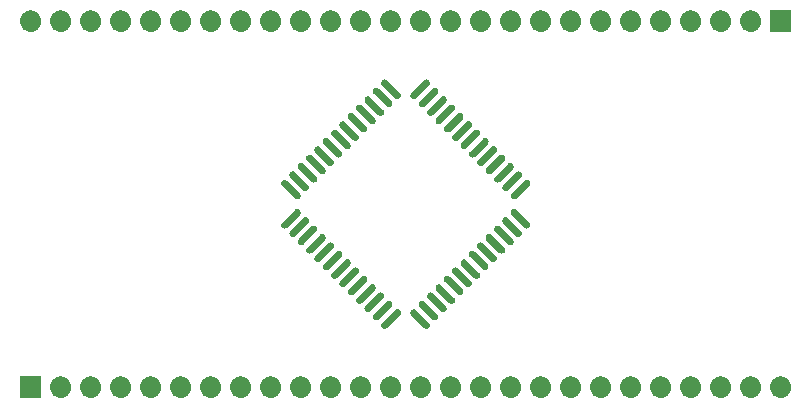
<source format=gbr>
G04 #@! TF.GenerationSoftware,KiCad,Pcbnew,(5.0.1)-4*
G04 #@! TF.CreationDate,2018-12-09T17:15:49-08:00*
G04 #@! TF.ProjectId,ht1632c-to-dip,687431363332632D746F2D6469702E6B,rev?*
G04 #@! TF.SameCoordinates,Original*
G04 #@! TF.FileFunction,Soldermask,Top*
G04 #@! TF.FilePolarity,Negative*
%FSLAX46Y46*%
G04 Gerber Fmt 4.6, Leading zero omitted, Abs format (unit mm)*
G04 Created by KiCad (PCBNEW (5.0.1)-4) date 12/9/2018 5:15:49 PM*
%MOMM*%
%LPD*%
G01*
G04 APERTURE LIST*
%ADD10C,0.100000*%
G04 APERTURE END LIST*
D10*
G36*
X78371000Y-94881000D02*
X76569000Y-94881000D01*
X76569000Y-93079000D01*
X78371000Y-93079000D01*
X78371000Y-94881000D01*
X78371000Y-94881000D01*
G37*
G36*
X110600443Y-93085519D02*
X110666627Y-93092037D01*
X110779853Y-93126384D01*
X110836467Y-93143557D01*
X110975087Y-93217652D01*
X110992991Y-93227222D01*
X111028729Y-93256552D01*
X111130186Y-93339814D01*
X111213448Y-93441271D01*
X111242778Y-93477009D01*
X111242779Y-93477011D01*
X111326443Y-93633533D01*
X111326443Y-93633534D01*
X111377963Y-93803373D01*
X111395359Y-93980000D01*
X111377963Y-94156627D01*
X111343616Y-94269853D01*
X111326443Y-94326467D01*
X111252348Y-94465087D01*
X111242778Y-94482991D01*
X111213448Y-94518729D01*
X111130186Y-94620186D01*
X111028729Y-94703448D01*
X110992991Y-94732778D01*
X110992989Y-94732779D01*
X110836467Y-94816443D01*
X110779853Y-94833616D01*
X110666627Y-94867963D01*
X110600443Y-94874481D01*
X110534260Y-94881000D01*
X110445740Y-94881000D01*
X110379557Y-94874481D01*
X110313373Y-94867963D01*
X110200147Y-94833616D01*
X110143533Y-94816443D01*
X109987011Y-94732779D01*
X109987009Y-94732778D01*
X109951271Y-94703448D01*
X109849814Y-94620186D01*
X109766552Y-94518729D01*
X109737222Y-94482991D01*
X109727652Y-94465087D01*
X109653557Y-94326467D01*
X109636384Y-94269853D01*
X109602037Y-94156627D01*
X109584641Y-93980000D01*
X109602037Y-93803373D01*
X109653557Y-93633534D01*
X109653557Y-93633533D01*
X109737221Y-93477011D01*
X109737222Y-93477009D01*
X109766552Y-93441271D01*
X109849814Y-93339814D01*
X109951271Y-93256552D01*
X109987009Y-93227222D01*
X110004913Y-93217652D01*
X110143533Y-93143557D01*
X110200147Y-93126384D01*
X110313373Y-93092037D01*
X110379557Y-93085519D01*
X110445740Y-93079000D01*
X110534260Y-93079000D01*
X110600443Y-93085519D01*
X110600443Y-93085519D01*
G37*
G36*
X141080443Y-93085519D02*
X141146627Y-93092037D01*
X141259853Y-93126384D01*
X141316467Y-93143557D01*
X141455087Y-93217652D01*
X141472991Y-93227222D01*
X141508729Y-93256552D01*
X141610186Y-93339814D01*
X141693448Y-93441271D01*
X141722778Y-93477009D01*
X141722779Y-93477011D01*
X141806443Y-93633533D01*
X141806443Y-93633534D01*
X141857963Y-93803373D01*
X141875359Y-93980000D01*
X141857963Y-94156627D01*
X141823616Y-94269853D01*
X141806443Y-94326467D01*
X141732348Y-94465087D01*
X141722778Y-94482991D01*
X141693448Y-94518729D01*
X141610186Y-94620186D01*
X141508729Y-94703448D01*
X141472991Y-94732778D01*
X141472989Y-94732779D01*
X141316467Y-94816443D01*
X141259853Y-94833616D01*
X141146627Y-94867963D01*
X141080443Y-94874481D01*
X141014260Y-94881000D01*
X140925740Y-94881000D01*
X140859557Y-94874481D01*
X140793373Y-94867963D01*
X140680147Y-94833616D01*
X140623533Y-94816443D01*
X140467011Y-94732779D01*
X140467009Y-94732778D01*
X140431271Y-94703448D01*
X140329814Y-94620186D01*
X140246552Y-94518729D01*
X140217222Y-94482991D01*
X140207652Y-94465087D01*
X140133557Y-94326467D01*
X140116384Y-94269853D01*
X140082037Y-94156627D01*
X140064641Y-93980000D01*
X140082037Y-93803373D01*
X140133557Y-93633534D01*
X140133557Y-93633533D01*
X140217221Y-93477011D01*
X140217222Y-93477009D01*
X140246552Y-93441271D01*
X140329814Y-93339814D01*
X140431271Y-93256552D01*
X140467009Y-93227222D01*
X140484913Y-93217652D01*
X140623533Y-93143557D01*
X140680147Y-93126384D01*
X140793373Y-93092037D01*
X140859557Y-93085519D01*
X140925740Y-93079000D01*
X141014260Y-93079000D01*
X141080443Y-93085519D01*
X141080443Y-93085519D01*
G37*
G36*
X136000443Y-93085519D02*
X136066627Y-93092037D01*
X136179853Y-93126384D01*
X136236467Y-93143557D01*
X136375087Y-93217652D01*
X136392991Y-93227222D01*
X136428729Y-93256552D01*
X136530186Y-93339814D01*
X136613448Y-93441271D01*
X136642778Y-93477009D01*
X136642779Y-93477011D01*
X136726443Y-93633533D01*
X136726443Y-93633534D01*
X136777963Y-93803373D01*
X136795359Y-93980000D01*
X136777963Y-94156627D01*
X136743616Y-94269853D01*
X136726443Y-94326467D01*
X136652348Y-94465087D01*
X136642778Y-94482991D01*
X136613448Y-94518729D01*
X136530186Y-94620186D01*
X136428729Y-94703448D01*
X136392991Y-94732778D01*
X136392989Y-94732779D01*
X136236467Y-94816443D01*
X136179853Y-94833616D01*
X136066627Y-94867963D01*
X136000443Y-94874481D01*
X135934260Y-94881000D01*
X135845740Y-94881000D01*
X135779557Y-94874481D01*
X135713373Y-94867963D01*
X135600147Y-94833616D01*
X135543533Y-94816443D01*
X135387011Y-94732779D01*
X135387009Y-94732778D01*
X135351271Y-94703448D01*
X135249814Y-94620186D01*
X135166552Y-94518729D01*
X135137222Y-94482991D01*
X135127652Y-94465087D01*
X135053557Y-94326467D01*
X135036384Y-94269853D01*
X135002037Y-94156627D01*
X134984641Y-93980000D01*
X135002037Y-93803373D01*
X135053557Y-93633534D01*
X135053557Y-93633533D01*
X135137221Y-93477011D01*
X135137222Y-93477009D01*
X135166552Y-93441271D01*
X135249814Y-93339814D01*
X135351271Y-93256552D01*
X135387009Y-93227222D01*
X135404913Y-93217652D01*
X135543533Y-93143557D01*
X135600147Y-93126384D01*
X135713373Y-93092037D01*
X135779557Y-93085519D01*
X135845740Y-93079000D01*
X135934260Y-93079000D01*
X136000443Y-93085519D01*
X136000443Y-93085519D01*
G37*
G36*
X133460443Y-93085519D02*
X133526627Y-93092037D01*
X133639853Y-93126384D01*
X133696467Y-93143557D01*
X133835087Y-93217652D01*
X133852991Y-93227222D01*
X133888729Y-93256552D01*
X133990186Y-93339814D01*
X134073448Y-93441271D01*
X134102778Y-93477009D01*
X134102779Y-93477011D01*
X134186443Y-93633533D01*
X134186443Y-93633534D01*
X134237963Y-93803373D01*
X134255359Y-93980000D01*
X134237963Y-94156627D01*
X134203616Y-94269853D01*
X134186443Y-94326467D01*
X134112348Y-94465087D01*
X134102778Y-94482991D01*
X134073448Y-94518729D01*
X133990186Y-94620186D01*
X133888729Y-94703448D01*
X133852991Y-94732778D01*
X133852989Y-94732779D01*
X133696467Y-94816443D01*
X133639853Y-94833616D01*
X133526627Y-94867963D01*
X133460443Y-94874481D01*
X133394260Y-94881000D01*
X133305740Y-94881000D01*
X133239557Y-94874481D01*
X133173373Y-94867963D01*
X133060147Y-94833616D01*
X133003533Y-94816443D01*
X132847011Y-94732779D01*
X132847009Y-94732778D01*
X132811271Y-94703448D01*
X132709814Y-94620186D01*
X132626552Y-94518729D01*
X132597222Y-94482991D01*
X132587652Y-94465087D01*
X132513557Y-94326467D01*
X132496384Y-94269853D01*
X132462037Y-94156627D01*
X132444641Y-93980000D01*
X132462037Y-93803373D01*
X132513557Y-93633534D01*
X132513557Y-93633533D01*
X132597221Y-93477011D01*
X132597222Y-93477009D01*
X132626552Y-93441271D01*
X132709814Y-93339814D01*
X132811271Y-93256552D01*
X132847009Y-93227222D01*
X132864913Y-93217652D01*
X133003533Y-93143557D01*
X133060147Y-93126384D01*
X133173373Y-93092037D01*
X133239557Y-93085519D01*
X133305740Y-93079000D01*
X133394260Y-93079000D01*
X133460443Y-93085519D01*
X133460443Y-93085519D01*
G37*
G36*
X130920443Y-93085519D02*
X130986627Y-93092037D01*
X131099853Y-93126384D01*
X131156467Y-93143557D01*
X131295087Y-93217652D01*
X131312991Y-93227222D01*
X131348729Y-93256552D01*
X131450186Y-93339814D01*
X131533448Y-93441271D01*
X131562778Y-93477009D01*
X131562779Y-93477011D01*
X131646443Y-93633533D01*
X131646443Y-93633534D01*
X131697963Y-93803373D01*
X131715359Y-93980000D01*
X131697963Y-94156627D01*
X131663616Y-94269853D01*
X131646443Y-94326467D01*
X131572348Y-94465087D01*
X131562778Y-94482991D01*
X131533448Y-94518729D01*
X131450186Y-94620186D01*
X131348729Y-94703448D01*
X131312991Y-94732778D01*
X131312989Y-94732779D01*
X131156467Y-94816443D01*
X131099853Y-94833616D01*
X130986627Y-94867963D01*
X130920443Y-94874481D01*
X130854260Y-94881000D01*
X130765740Y-94881000D01*
X130699557Y-94874481D01*
X130633373Y-94867963D01*
X130520147Y-94833616D01*
X130463533Y-94816443D01*
X130307011Y-94732779D01*
X130307009Y-94732778D01*
X130271271Y-94703448D01*
X130169814Y-94620186D01*
X130086552Y-94518729D01*
X130057222Y-94482991D01*
X130047652Y-94465087D01*
X129973557Y-94326467D01*
X129956384Y-94269853D01*
X129922037Y-94156627D01*
X129904641Y-93980000D01*
X129922037Y-93803373D01*
X129973557Y-93633534D01*
X129973557Y-93633533D01*
X130057221Y-93477011D01*
X130057222Y-93477009D01*
X130086552Y-93441271D01*
X130169814Y-93339814D01*
X130271271Y-93256552D01*
X130307009Y-93227222D01*
X130324913Y-93217652D01*
X130463533Y-93143557D01*
X130520147Y-93126384D01*
X130633373Y-93092037D01*
X130699557Y-93085519D01*
X130765740Y-93079000D01*
X130854260Y-93079000D01*
X130920443Y-93085519D01*
X130920443Y-93085519D01*
G37*
G36*
X128380443Y-93085519D02*
X128446627Y-93092037D01*
X128559853Y-93126384D01*
X128616467Y-93143557D01*
X128755087Y-93217652D01*
X128772991Y-93227222D01*
X128808729Y-93256552D01*
X128910186Y-93339814D01*
X128993448Y-93441271D01*
X129022778Y-93477009D01*
X129022779Y-93477011D01*
X129106443Y-93633533D01*
X129106443Y-93633534D01*
X129157963Y-93803373D01*
X129175359Y-93980000D01*
X129157963Y-94156627D01*
X129123616Y-94269853D01*
X129106443Y-94326467D01*
X129032348Y-94465087D01*
X129022778Y-94482991D01*
X128993448Y-94518729D01*
X128910186Y-94620186D01*
X128808729Y-94703448D01*
X128772991Y-94732778D01*
X128772989Y-94732779D01*
X128616467Y-94816443D01*
X128559853Y-94833616D01*
X128446627Y-94867963D01*
X128380443Y-94874481D01*
X128314260Y-94881000D01*
X128225740Y-94881000D01*
X128159557Y-94874481D01*
X128093373Y-94867963D01*
X127980147Y-94833616D01*
X127923533Y-94816443D01*
X127767011Y-94732779D01*
X127767009Y-94732778D01*
X127731271Y-94703448D01*
X127629814Y-94620186D01*
X127546552Y-94518729D01*
X127517222Y-94482991D01*
X127507652Y-94465087D01*
X127433557Y-94326467D01*
X127416384Y-94269853D01*
X127382037Y-94156627D01*
X127364641Y-93980000D01*
X127382037Y-93803373D01*
X127433557Y-93633534D01*
X127433557Y-93633533D01*
X127517221Y-93477011D01*
X127517222Y-93477009D01*
X127546552Y-93441271D01*
X127629814Y-93339814D01*
X127731271Y-93256552D01*
X127767009Y-93227222D01*
X127784913Y-93217652D01*
X127923533Y-93143557D01*
X127980147Y-93126384D01*
X128093373Y-93092037D01*
X128159557Y-93085519D01*
X128225740Y-93079000D01*
X128314260Y-93079000D01*
X128380443Y-93085519D01*
X128380443Y-93085519D01*
G37*
G36*
X125840443Y-93085519D02*
X125906627Y-93092037D01*
X126019853Y-93126384D01*
X126076467Y-93143557D01*
X126215087Y-93217652D01*
X126232991Y-93227222D01*
X126268729Y-93256552D01*
X126370186Y-93339814D01*
X126453448Y-93441271D01*
X126482778Y-93477009D01*
X126482779Y-93477011D01*
X126566443Y-93633533D01*
X126566443Y-93633534D01*
X126617963Y-93803373D01*
X126635359Y-93980000D01*
X126617963Y-94156627D01*
X126583616Y-94269853D01*
X126566443Y-94326467D01*
X126492348Y-94465087D01*
X126482778Y-94482991D01*
X126453448Y-94518729D01*
X126370186Y-94620186D01*
X126268729Y-94703448D01*
X126232991Y-94732778D01*
X126232989Y-94732779D01*
X126076467Y-94816443D01*
X126019853Y-94833616D01*
X125906627Y-94867963D01*
X125840443Y-94874481D01*
X125774260Y-94881000D01*
X125685740Y-94881000D01*
X125619557Y-94874481D01*
X125553373Y-94867963D01*
X125440147Y-94833616D01*
X125383533Y-94816443D01*
X125227011Y-94732779D01*
X125227009Y-94732778D01*
X125191271Y-94703448D01*
X125089814Y-94620186D01*
X125006552Y-94518729D01*
X124977222Y-94482991D01*
X124967652Y-94465087D01*
X124893557Y-94326467D01*
X124876384Y-94269853D01*
X124842037Y-94156627D01*
X124824641Y-93980000D01*
X124842037Y-93803373D01*
X124893557Y-93633534D01*
X124893557Y-93633533D01*
X124977221Y-93477011D01*
X124977222Y-93477009D01*
X125006552Y-93441271D01*
X125089814Y-93339814D01*
X125191271Y-93256552D01*
X125227009Y-93227222D01*
X125244913Y-93217652D01*
X125383533Y-93143557D01*
X125440147Y-93126384D01*
X125553373Y-93092037D01*
X125619557Y-93085519D01*
X125685740Y-93079000D01*
X125774260Y-93079000D01*
X125840443Y-93085519D01*
X125840443Y-93085519D01*
G37*
G36*
X123300443Y-93085519D02*
X123366627Y-93092037D01*
X123479853Y-93126384D01*
X123536467Y-93143557D01*
X123675087Y-93217652D01*
X123692991Y-93227222D01*
X123728729Y-93256552D01*
X123830186Y-93339814D01*
X123913448Y-93441271D01*
X123942778Y-93477009D01*
X123942779Y-93477011D01*
X124026443Y-93633533D01*
X124026443Y-93633534D01*
X124077963Y-93803373D01*
X124095359Y-93980000D01*
X124077963Y-94156627D01*
X124043616Y-94269853D01*
X124026443Y-94326467D01*
X123952348Y-94465087D01*
X123942778Y-94482991D01*
X123913448Y-94518729D01*
X123830186Y-94620186D01*
X123728729Y-94703448D01*
X123692991Y-94732778D01*
X123692989Y-94732779D01*
X123536467Y-94816443D01*
X123479853Y-94833616D01*
X123366627Y-94867963D01*
X123300443Y-94874481D01*
X123234260Y-94881000D01*
X123145740Y-94881000D01*
X123079557Y-94874481D01*
X123013373Y-94867963D01*
X122900147Y-94833616D01*
X122843533Y-94816443D01*
X122687011Y-94732779D01*
X122687009Y-94732778D01*
X122651271Y-94703448D01*
X122549814Y-94620186D01*
X122466552Y-94518729D01*
X122437222Y-94482991D01*
X122427652Y-94465087D01*
X122353557Y-94326467D01*
X122336384Y-94269853D01*
X122302037Y-94156627D01*
X122284641Y-93980000D01*
X122302037Y-93803373D01*
X122353557Y-93633534D01*
X122353557Y-93633533D01*
X122437221Y-93477011D01*
X122437222Y-93477009D01*
X122466552Y-93441271D01*
X122549814Y-93339814D01*
X122651271Y-93256552D01*
X122687009Y-93227222D01*
X122704913Y-93217652D01*
X122843533Y-93143557D01*
X122900147Y-93126384D01*
X123013373Y-93092037D01*
X123079557Y-93085519D01*
X123145740Y-93079000D01*
X123234260Y-93079000D01*
X123300443Y-93085519D01*
X123300443Y-93085519D01*
G37*
G36*
X120760443Y-93085519D02*
X120826627Y-93092037D01*
X120939853Y-93126384D01*
X120996467Y-93143557D01*
X121135087Y-93217652D01*
X121152991Y-93227222D01*
X121188729Y-93256552D01*
X121290186Y-93339814D01*
X121373448Y-93441271D01*
X121402778Y-93477009D01*
X121402779Y-93477011D01*
X121486443Y-93633533D01*
X121486443Y-93633534D01*
X121537963Y-93803373D01*
X121555359Y-93980000D01*
X121537963Y-94156627D01*
X121503616Y-94269853D01*
X121486443Y-94326467D01*
X121412348Y-94465087D01*
X121402778Y-94482991D01*
X121373448Y-94518729D01*
X121290186Y-94620186D01*
X121188729Y-94703448D01*
X121152991Y-94732778D01*
X121152989Y-94732779D01*
X120996467Y-94816443D01*
X120939853Y-94833616D01*
X120826627Y-94867963D01*
X120760443Y-94874481D01*
X120694260Y-94881000D01*
X120605740Y-94881000D01*
X120539557Y-94874481D01*
X120473373Y-94867963D01*
X120360147Y-94833616D01*
X120303533Y-94816443D01*
X120147011Y-94732779D01*
X120147009Y-94732778D01*
X120111271Y-94703448D01*
X120009814Y-94620186D01*
X119926552Y-94518729D01*
X119897222Y-94482991D01*
X119887652Y-94465087D01*
X119813557Y-94326467D01*
X119796384Y-94269853D01*
X119762037Y-94156627D01*
X119744641Y-93980000D01*
X119762037Y-93803373D01*
X119813557Y-93633534D01*
X119813557Y-93633533D01*
X119897221Y-93477011D01*
X119897222Y-93477009D01*
X119926552Y-93441271D01*
X120009814Y-93339814D01*
X120111271Y-93256552D01*
X120147009Y-93227222D01*
X120164913Y-93217652D01*
X120303533Y-93143557D01*
X120360147Y-93126384D01*
X120473373Y-93092037D01*
X120539557Y-93085519D01*
X120605740Y-93079000D01*
X120694260Y-93079000D01*
X120760443Y-93085519D01*
X120760443Y-93085519D01*
G37*
G36*
X118220443Y-93085519D02*
X118286627Y-93092037D01*
X118399853Y-93126384D01*
X118456467Y-93143557D01*
X118595087Y-93217652D01*
X118612991Y-93227222D01*
X118648729Y-93256552D01*
X118750186Y-93339814D01*
X118833448Y-93441271D01*
X118862778Y-93477009D01*
X118862779Y-93477011D01*
X118946443Y-93633533D01*
X118946443Y-93633534D01*
X118997963Y-93803373D01*
X119015359Y-93980000D01*
X118997963Y-94156627D01*
X118963616Y-94269853D01*
X118946443Y-94326467D01*
X118872348Y-94465087D01*
X118862778Y-94482991D01*
X118833448Y-94518729D01*
X118750186Y-94620186D01*
X118648729Y-94703448D01*
X118612991Y-94732778D01*
X118612989Y-94732779D01*
X118456467Y-94816443D01*
X118399853Y-94833616D01*
X118286627Y-94867963D01*
X118220443Y-94874481D01*
X118154260Y-94881000D01*
X118065740Y-94881000D01*
X117999557Y-94874481D01*
X117933373Y-94867963D01*
X117820147Y-94833616D01*
X117763533Y-94816443D01*
X117607011Y-94732779D01*
X117607009Y-94732778D01*
X117571271Y-94703448D01*
X117469814Y-94620186D01*
X117386552Y-94518729D01*
X117357222Y-94482991D01*
X117347652Y-94465087D01*
X117273557Y-94326467D01*
X117256384Y-94269853D01*
X117222037Y-94156627D01*
X117204641Y-93980000D01*
X117222037Y-93803373D01*
X117273557Y-93633534D01*
X117273557Y-93633533D01*
X117357221Y-93477011D01*
X117357222Y-93477009D01*
X117386552Y-93441271D01*
X117469814Y-93339814D01*
X117571271Y-93256552D01*
X117607009Y-93227222D01*
X117624913Y-93217652D01*
X117763533Y-93143557D01*
X117820147Y-93126384D01*
X117933373Y-93092037D01*
X117999557Y-93085519D01*
X118065740Y-93079000D01*
X118154260Y-93079000D01*
X118220443Y-93085519D01*
X118220443Y-93085519D01*
G37*
G36*
X115680443Y-93085519D02*
X115746627Y-93092037D01*
X115859853Y-93126384D01*
X115916467Y-93143557D01*
X116055087Y-93217652D01*
X116072991Y-93227222D01*
X116108729Y-93256552D01*
X116210186Y-93339814D01*
X116293448Y-93441271D01*
X116322778Y-93477009D01*
X116322779Y-93477011D01*
X116406443Y-93633533D01*
X116406443Y-93633534D01*
X116457963Y-93803373D01*
X116475359Y-93980000D01*
X116457963Y-94156627D01*
X116423616Y-94269853D01*
X116406443Y-94326467D01*
X116332348Y-94465087D01*
X116322778Y-94482991D01*
X116293448Y-94518729D01*
X116210186Y-94620186D01*
X116108729Y-94703448D01*
X116072991Y-94732778D01*
X116072989Y-94732779D01*
X115916467Y-94816443D01*
X115859853Y-94833616D01*
X115746627Y-94867963D01*
X115680443Y-94874481D01*
X115614260Y-94881000D01*
X115525740Y-94881000D01*
X115459557Y-94874481D01*
X115393373Y-94867963D01*
X115280147Y-94833616D01*
X115223533Y-94816443D01*
X115067011Y-94732779D01*
X115067009Y-94732778D01*
X115031271Y-94703448D01*
X114929814Y-94620186D01*
X114846552Y-94518729D01*
X114817222Y-94482991D01*
X114807652Y-94465087D01*
X114733557Y-94326467D01*
X114716384Y-94269853D01*
X114682037Y-94156627D01*
X114664641Y-93980000D01*
X114682037Y-93803373D01*
X114733557Y-93633534D01*
X114733557Y-93633533D01*
X114817221Y-93477011D01*
X114817222Y-93477009D01*
X114846552Y-93441271D01*
X114929814Y-93339814D01*
X115031271Y-93256552D01*
X115067009Y-93227222D01*
X115084913Y-93217652D01*
X115223533Y-93143557D01*
X115280147Y-93126384D01*
X115393373Y-93092037D01*
X115459557Y-93085519D01*
X115525740Y-93079000D01*
X115614260Y-93079000D01*
X115680443Y-93085519D01*
X115680443Y-93085519D01*
G37*
G36*
X113140443Y-93085519D02*
X113206627Y-93092037D01*
X113319853Y-93126384D01*
X113376467Y-93143557D01*
X113515087Y-93217652D01*
X113532991Y-93227222D01*
X113568729Y-93256552D01*
X113670186Y-93339814D01*
X113753448Y-93441271D01*
X113782778Y-93477009D01*
X113782779Y-93477011D01*
X113866443Y-93633533D01*
X113866443Y-93633534D01*
X113917963Y-93803373D01*
X113935359Y-93980000D01*
X113917963Y-94156627D01*
X113883616Y-94269853D01*
X113866443Y-94326467D01*
X113792348Y-94465087D01*
X113782778Y-94482991D01*
X113753448Y-94518729D01*
X113670186Y-94620186D01*
X113568729Y-94703448D01*
X113532991Y-94732778D01*
X113532989Y-94732779D01*
X113376467Y-94816443D01*
X113319853Y-94833616D01*
X113206627Y-94867963D01*
X113140443Y-94874481D01*
X113074260Y-94881000D01*
X112985740Y-94881000D01*
X112919557Y-94874481D01*
X112853373Y-94867963D01*
X112740147Y-94833616D01*
X112683533Y-94816443D01*
X112527011Y-94732779D01*
X112527009Y-94732778D01*
X112491271Y-94703448D01*
X112389814Y-94620186D01*
X112306552Y-94518729D01*
X112277222Y-94482991D01*
X112267652Y-94465087D01*
X112193557Y-94326467D01*
X112176384Y-94269853D01*
X112142037Y-94156627D01*
X112124641Y-93980000D01*
X112142037Y-93803373D01*
X112193557Y-93633534D01*
X112193557Y-93633533D01*
X112277221Y-93477011D01*
X112277222Y-93477009D01*
X112306552Y-93441271D01*
X112389814Y-93339814D01*
X112491271Y-93256552D01*
X112527009Y-93227222D01*
X112544913Y-93217652D01*
X112683533Y-93143557D01*
X112740147Y-93126384D01*
X112853373Y-93092037D01*
X112919557Y-93085519D01*
X112985740Y-93079000D01*
X113074260Y-93079000D01*
X113140443Y-93085519D01*
X113140443Y-93085519D01*
G37*
G36*
X138540443Y-93085519D02*
X138606627Y-93092037D01*
X138719853Y-93126384D01*
X138776467Y-93143557D01*
X138915087Y-93217652D01*
X138932991Y-93227222D01*
X138968729Y-93256552D01*
X139070186Y-93339814D01*
X139153448Y-93441271D01*
X139182778Y-93477009D01*
X139182779Y-93477011D01*
X139266443Y-93633533D01*
X139266443Y-93633534D01*
X139317963Y-93803373D01*
X139335359Y-93980000D01*
X139317963Y-94156627D01*
X139283616Y-94269853D01*
X139266443Y-94326467D01*
X139192348Y-94465087D01*
X139182778Y-94482991D01*
X139153448Y-94518729D01*
X139070186Y-94620186D01*
X138968729Y-94703448D01*
X138932991Y-94732778D01*
X138932989Y-94732779D01*
X138776467Y-94816443D01*
X138719853Y-94833616D01*
X138606627Y-94867963D01*
X138540443Y-94874481D01*
X138474260Y-94881000D01*
X138385740Y-94881000D01*
X138319557Y-94874481D01*
X138253373Y-94867963D01*
X138140147Y-94833616D01*
X138083533Y-94816443D01*
X137927011Y-94732779D01*
X137927009Y-94732778D01*
X137891271Y-94703448D01*
X137789814Y-94620186D01*
X137706552Y-94518729D01*
X137677222Y-94482991D01*
X137667652Y-94465087D01*
X137593557Y-94326467D01*
X137576384Y-94269853D01*
X137542037Y-94156627D01*
X137524641Y-93980000D01*
X137542037Y-93803373D01*
X137593557Y-93633534D01*
X137593557Y-93633533D01*
X137677221Y-93477011D01*
X137677222Y-93477009D01*
X137706552Y-93441271D01*
X137789814Y-93339814D01*
X137891271Y-93256552D01*
X137927009Y-93227222D01*
X137944913Y-93217652D01*
X138083533Y-93143557D01*
X138140147Y-93126384D01*
X138253373Y-93092037D01*
X138319557Y-93085519D01*
X138385740Y-93079000D01*
X138474260Y-93079000D01*
X138540443Y-93085519D01*
X138540443Y-93085519D01*
G37*
G36*
X85200443Y-93085519D02*
X85266627Y-93092037D01*
X85379853Y-93126384D01*
X85436467Y-93143557D01*
X85575087Y-93217652D01*
X85592991Y-93227222D01*
X85628729Y-93256552D01*
X85730186Y-93339814D01*
X85813448Y-93441271D01*
X85842778Y-93477009D01*
X85842779Y-93477011D01*
X85926443Y-93633533D01*
X85926443Y-93633534D01*
X85977963Y-93803373D01*
X85995359Y-93980000D01*
X85977963Y-94156627D01*
X85943616Y-94269853D01*
X85926443Y-94326467D01*
X85852348Y-94465087D01*
X85842778Y-94482991D01*
X85813448Y-94518729D01*
X85730186Y-94620186D01*
X85628729Y-94703448D01*
X85592991Y-94732778D01*
X85592989Y-94732779D01*
X85436467Y-94816443D01*
X85379853Y-94833616D01*
X85266627Y-94867963D01*
X85200443Y-94874481D01*
X85134260Y-94881000D01*
X85045740Y-94881000D01*
X84979557Y-94874481D01*
X84913373Y-94867963D01*
X84800147Y-94833616D01*
X84743533Y-94816443D01*
X84587011Y-94732779D01*
X84587009Y-94732778D01*
X84551271Y-94703448D01*
X84449814Y-94620186D01*
X84366552Y-94518729D01*
X84337222Y-94482991D01*
X84327652Y-94465087D01*
X84253557Y-94326467D01*
X84236384Y-94269853D01*
X84202037Y-94156627D01*
X84184641Y-93980000D01*
X84202037Y-93803373D01*
X84253557Y-93633534D01*
X84253557Y-93633533D01*
X84337221Y-93477011D01*
X84337222Y-93477009D01*
X84366552Y-93441271D01*
X84449814Y-93339814D01*
X84551271Y-93256552D01*
X84587009Y-93227222D01*
X84604913Y-93217652D01*
X84743533Y-93143557D01*
X84800147Y-93126384D01*
X84913373Y-93092037D01*
X84979557Y-93085519D01*
X85045740Y-93079000D01*
X85134260Y-93079000D01*
X85200443Y-93085519D01*
X85200443Y-93085519D01*
G37*
G36*
X108060443Y-93085519D02*
X108126627Y-93092037D01*
X108239853Y-93126384D01*
X108296467Y-93143557D01*
X108435087Y-93217652D01*
X108452991Y-93227222D01*
X108488729Y-93256552D01*
X108590186Y-93339814D01*
X108673448Y-93441271D01*
X108702778Y-93477009D01*
X108702779Y-93477011D01*
X108786443Y-93633533D01*
X108786443Y-93633534D01*
X108837963Y-93803373D01*
X108855359Y-93980000D01*
X108837963Y-94156627D01*
X108803616Y-94269853D01*
X108786443Y-94326467D01*
X108712348Y-94465087D01*
X108702778Y-94482991D01*
X108673448Y-94518729D01*
X108590186Y-94620186D01*
X108488729Y-94703448D01*
X108452991Y-94732778D01*
X108452989Y-94732779D01*
X108296467Y-94816443D01*
X108239853Y-94833616D01*
X108126627Y-94867963D01*
X108060443Y-94874481D01*
X107994260Y-94881000D01*
X107905740Y-94881000D01*
X107839557Y-94874481D01*
X107773373Y-94867963D01*
X107660147Y-94833616D01*
X107603533Y-94816443D01*
X107447011Y-94732779D01*
X107447009Y-94732778D01*
X107411271Y-94703448D01*
X107309814Y-94620186D01*
X107226552Y-94518729D01*
X107197222Y-94482991D01*
X107187652Y-94465087D01*
X107113557Y-94326467D01*
X107096384Y-94269853D01*
X107062037Y-94156627D01*
X107044641Y-93980000D01*
X107062037Y-93803373D01*
X107113557Y-93633534D01*
X107113557Y-93633533D01*
X107197221Y-93477011D01*
X107197222Y-93477009D01*
X107226552Y-93441271D01*
X107309814Y-93339814D01*
X107411271Y-93256552D01*
X107447009Y-93227222D01*
X107464913Y-93217652D01*
X107603533Y-93143557D01*
X107660147Y-93126384D01*
X107773373Y-93092037D01*
X107839557Y-93085519D01*
X107905740Y-93079000D01*
X107994260Y-93079000D01*
X108060443Y-93085519D01*
X108060443Y-93085519D01*
G37*
G36*
X80120443Y-93085519D02*
X80186627Y-93092037D01*
X80299853Y-93126384D01*
X80356467Y-93143557D01*
X80495087Y-93217652D01*
X80512991Y-93227222D01*
X80548729Y-93256552D01*
X80650186Y-93339814D01*
X80733448Y-93441271D01*
X80762778Y-93477009D01*
X80762779Y-93477011D01*
X80846443Y-93633533D01*
X80846443Y-93633534D01*
X80897963Y-93803373D01*
X80915359Y-93980000D01*
X80897963Y-94156627D01*
X80863616Y-94269853D01*
X80846443Y-94326467D01*
X80772348Y-94465087D01*
X80762778Y-94482991D01*
X80733448Y-94518729D01*
X80650186Y-94620186D01*
X80548729Y-94703448D01*
X80512991Y-94732778D01*
X80512989Y-94732779D01*
X80356467Y-94816443D01*
X80299853Y-94833616D01*
X80186627Y-94867963D01*
X80120443Y-94874481D01*
X80054260Y-94881000D01*
X79965740Y-94881000D01*
X79899557Y-94874481D01*
X79833373Y-94867963D01*
X79720147Y-94833616D01*
X79663533Y-94816443D01*
X79507011Y-94732779D01*
X79507009Y-94732778D01*
X79471271Y-94703448D01*
X79369814Y-94620186D01*
X79286552Y-94518729D01*
X79257222Y-94482991D01*
X79247652Y-94465087D01*
X79173557Y-94326467D01*
X79156384Y-94269853D01*
X79122037Y-94156627D01*
X79104641Y-93980000D01*
X79122037Y-93803373D01*
X79173557Y-93633534D01*
X79173557Y-93633533D01*
X79257221Y-93477011D01*
X79257222Y-93477009D01*
X79286552Y-93441271D01*
X79369814Y-93339814D01*
X79471271Y-93256552D01*
X79507009Y-93227222D01*
X79524913Y-93217652D01*
X79663533Y-93143557D01*
X79720147Y-93126384D01*
X79833373Y-93092037D01*
X79899557Y-93085519D01*
X79965740Y-93079000D01*
X80054260Y-93079000D01*
X80120443Y-93085519D01*
X80120443Y-93085519D01*
G37*
G36*
X82660443Y-93085519D02*
X82726627Y-93092037D01*
X82839853Y-93126384D01*
X82896467Y-93143557D01*
X83035087Y-93217652D01*
X83052991Y-93227222D01*
X83088729Y-93256552D01*
X83190186Y-93339814D01*
X83273448Y-93441271D01*
X83302778Y-93477009D01*
X83302779Y-93477011D01*
X83386443Y-93633533D01*
X83386443Y-93633534D01*
X83437963Y-93803373D01*
X83455359Y-93980000D01*
X83437963Y-94156627D01*
X83403616Y-94269853D01*
X83386443Y-94326467D01*
X83312348Y-94465087D01*
X83302778Y-94482991D01*
X83273448Y-94518729D01*
X83190186Y-94620186D01*
X83088729Y-94703448D01*
X83052991Y-94732778D01*
X83052989Y-94732779D01*
X82896467Y-94816443D01*
X82839853Y-94833616D01*
X82726627Y-94867963D01*
X82660443Y-94874481D01*
X82594260Y-94881000D01*
X82505740Y-94881000D01*
X82439557Y-94874481D01*
X82373373Y-94867963D01*
X82260147Y-94833616D01*
X82203533Y-94816443D01*
X82047011Y-94732779D01*
X82047009Y-94732778D01*
X82011271Y-94703448D01*
X81909814Y-94620186D01*
X81826552Y-94518729D01*
X81797222Y-94482991D01*
X81787652Y-94465087D01*
X81713557Y-94326467D01*
X81696384Y-94269853D01*
X81662037Y-94156627D01*
X81644641Y-93980000D01*
X81662037Y-93803373D01*
X81713557Y-93633534D01*
X81713557Y-93633533D01*
X81797221Y-93477011D01*
X81797222Y-93477009D01*
X81826552Y-93441271D01*
X81909814Y-93339814D01*
X82011271Y-93256552D01*
X82047009Y-93227222D01*
X82064913Y-93217652D01*
X82203533Y-93143557D01*
X82260147Y-93126384D01*
X82373373Y-93092037D01*
X82439557Y-93085519D01*
X82505740Y-93079000D01*
X82594260Y-93079000D01*
X82660443Y-93085519D01*
X82660443Y-93085519D01*
G37*
G36*
X87740443Y-93085519D02*
X87806627Y-93092037D01*
X87919853Y-93126384D01*
X87976467Y-93143557D01*
X88115087Y-93217652D01*
X88132991Y-93227222D01*
X88168729Y-93256552D01*
X88270186Y-93339814D01*
X88353448Y-93441271D01*
X88382778Y-93477009D01*
X88382779Y-93477011D01*
X88466443Y-93633533D01*
X88466443Y-93633534D01*
X88517963Y-93803373D01*
X88535359Y-93980000D01*
X88517963Y-94156627D01*
X88483616Y-94269853D01*
X88466443Y-94326467D01*
X88392348Y-94465087D01*
X88382778Y-94482991D01*
X88353448Y-94518729D01*
X88270186Y-94620186D01*
X88168729Y-94703448D01*
X88132991Y-94732778D01*
X88132989Y-94732779D01*
X87976467Y-94816443D01*
X87919853Y-94833616D01*
X87806627Y-94867963D01*
X87740443Y-94874481D01*
X87674260Y-94881000D01*
X87585740Y-94881000D01*
X87519557Y-94874481D01*
X87453373Y-94867963D01*
X87340147Y-94833616D01*
X87283533Y-94816443D01*
X87127011Y-94732779D01*
X87127009Y-94732778D01*
X87091271Y-94703448D01*
X86989814Y-94620186D01*
X86906552Y-94518729D01*
X86877222Y-94482991D01*
X86867652Y-94465087D01*
X86793557Y-94326467D01*
X86776384Y-94269853D01*
X86742037Y-94156627D01*
X86724641Y-93980000D01*
X86742037Y-93803373D01*
X86793557Y-93633534D01*
X86793557Y-93633533D01*
X86877221Y-93477011D01*
X86877222Y-93477009D01*
X86906552Y-93441271D01*
X86989814Y-93339814D01*
X87091271Y-93256552D01*
X87127009Y-93227222D01*
X87144913Y-93217652D01*
X87283533Y-93143557D01*
X87340147Y-93126384D01*
X87453373Y-93092037D01*
X87519557Y-93085519D01*
X87585740Y-93079000D01*
X87674260Y-93079000D01*
X87740443Y-93085519D01*
X87740443Y-93085519D01*
G37*
G36*
X90280443Y-93085519D02*
X90346627Y-93092037D01*
X90459853Y-93126384D01*
X90516467Y-93143557D01*
X90655087Y-93217652D01*
X90672991Y-93227222D01*
X90708729Y-93256552D01*
X90810186Y-93339814D01*
X90893448Y-93441271D01*
X90922778Y-93477009D01*
X90922779Y-93477011D01*
X91006443Y-93633533D01*
X91006443Y-93633534D01*
X91057963Y-93803373D01*
X91075359Y-93980000D01*
X91057963Y-94156627D01*
X91023616Y-94269853D01*
X91006443Y-94326467D01*
X90932348Y-94465087D01*
X90922778Y-94482991D01*
X90893448Y-94518729D01*
X90810186Y-94620186D01*
X90708729Y-94703448D01*
X90672991Y-94732778D01*
X90672989Y-94732779D01*
X90516467Y-94816443D01*
X90459853Y-94833616D01*
X90346627Y-94867963D01*
X90280443Y-94874481D01*
X90214260Y-94881000D01*
X90125740Y-94881000D01*
X90059557Y-94874481D01*
X89993373Y-94867963D01*
X89880147Y-94833616D01*
X89823533Y-94816443D01*
X89667011Y-94732779D01*
X89667009Y-94732778D01*
X89631271Y-94703448D01*
X89529814Y-94620186D01*
X89446552Y-94518729D01*
X89417222Y-94482991D01*
X89407652Y-94465087D01*
X89333557Y-94326467D01*
X89316384Y-94269853D01*
X89282037Y-94156627D01*
X89264641Y-93980000D01*
X89282037Y-93803373D01*
X89333557Y-93633534D01*
X89333557Y-93633533D01*
X89417221Y-93477011D01*
X89417222Y-93477009D01*
X89446552Y-93441271D01*
X89529814Y-93339814D01*
X89631271Y-93256552D01*
X89667009Y-93227222D01*
X89684913Y-93217652D01*
X89823533Y-93143557D01*
X89880147Y-93126384D01*
X89993373Y-93092037D01*
X90059557Y-93085519D01*
X90125740Y-93079000D01*
X90214260Y-93079000D01*
X90280443Y-93085519D01*
X90280443Y-93085519D01*
G37*
G36*
X92820443Y-93085519D02*
X92886627Y-93092037D01*
X92999853Y-93126384D01*
X93056467Y-93143557D01*
X93195087Y-93217652D01*
X93212991Y-93227222D01*
X93248729Y-93256552D01*
X93350186Y-93339814D01*
X93433448Y-93441271D01*
X93462778Y-93477009D01*
X93462779Y-93477011D01*
X93546443Y-93633533D01*
X93546443Y-93633534D01*
X93597963Y-93803373D01*
X93615359Y-93980000D01*
X93597963Y-94156627D01*
X93563616Y-94269853D01*
X93546443Y-94326467D01*
X93472348Y-94465087D01*
X93462778Y-94482991D01*
X93433448Y-94518729D01*
X93350186Y-94620186D01*
X93248729Y-94703448D01*
X93212991Y-94732778D01*
X93212989Y-94732779D01*
X93056467Y-94816443D01*
X92999853Y-94833616D01*
X92886627Y-94867963D01*
X92820443Y-94874481D01*
X92754260Y-94881000D01*
X92665740Y-94881000D01*
X92599557Y-94874481D01*
X92533373Y-94867963D01*
X92420147Y-94833616D01*
X92363533Y-94816443D01*
X92207011Y-94732779D01*
X92207009Y-94732778D01*
X92171271Y-94703448D01*
X92069814Y-94620186D01*
X91986552Y-94518729D01*
X91957222Y-94482991D01*
X91947652Y-94465087D01*
X91873557Y-94326467D01*
X91856384Y-94269853D01*
X91822037Y-94156627D01*
X91804641Y-93980000D01*
X91822037Y-93803373D01*
X91873557Y-93633534D01*
X91873557Y-93633533D01*
X91957221Y-93477011D01*
X91957222Y-93477009D01*
X91986552Y-93441271D01*
X92069814Y-93339814D01*
X92171271Y-93256552D01*
X92207009Y-93227222D01*
X92224913Y-93217652D01*
X92363533Y-93143557D01*
X92420147Y-93126384D01*
X92533373Y-93092037D01*
X92599557Y-93085519D01*
X92665740Y-93079000D01*
X92754260Y-93079000D01*
X92820443Y-93085519D01*
X92820443Y-93085519D01*
G37*
G36*
X95360443Y-93085519D02*
X95426627Y-93092037D01*
X95539853Y-93126384D01*
X95596467Y-93143557D01*
X95735087Y-93217652D01*
X95752991Y-93227222D01*
X95788729Y-93256552D01*
X95890186Y-93339814D01*
X95973448Y-93441271D01*
X96002778Y-93477009D01*
X96002779Y-93477011D01*
X96086443Y-93633533D01*
X96086443Y-93633534D01*
X96137963Y-93803373D01*
X96155359Y-93980000D01*
X96137963Y-94156627D01*
X96103616Y-94269853D01*
X96086443Y-94326467D01*
X96012348Y-94465087D01*
X96002778Y-94482991D01*
X95973448Y-94518729D01*
X95890186Y-94620186D01*
X95788729Y-94703448D01*
X95752991Y-94732778D01*
X95752989Y-94732779D01*
X95596467Y-94816443D01*
X95539853Y-94833616D01*
X95426627Y-94867963D01*
X95360443Y-94874481D01*
X95294260Y-94881000D01*
X95205740Y-94881000D01*
X95139557Y-94874481D01*
X95073373Y-94867963D01*
X94960147Y-94833616D01*
X94903533Y-94816443D01*
X94747011Y-94732779D01*
X94747009Y-94732778D01*
X94711271Y-94703448D01*
X94609814Y-94620186D01*
X94526552Y-94518729D01*
X94497222Y-94482991D01*
X94487652Y-94465087D01*
X94413557Y-94326467D01*
X94396384Y-94269853D01*
X94362037Y-94156627D01*
X94344641Y-93980000D01*
X94362037Y-93803373D01*
X94413557Y-93633534D01*
X94413557Y-93633533D01*
X94497221Y-93477011D01*
X94497222Y-93477009D01*
X94526552Y-93441271D01*
X94609814Y-93339814D01*
X94711271Y-93256552D01*
X94747009Y-93227222D01*
X94764913Y-93217652D01*
X94903533Y-93143557D01*
X94960147Y-93126384D01*
X95073373Y-93092037D01*
X95139557Y-93085519D01*
X95205740Y-93079000D01*
X95294260Y-93079000D01*
X95360443Y-93085519D01*
X95360443Y-93085519D01*
G37*
G36*
X97900443Y-93085519D02*
X97966627Y-93092037D01*
X98079853Y-93126384D01*
X98136467Y-93143557D01*
X98275087Y-93217652D01*
X98292991Y-93227222D01*
X98328729Y-93256552D01*
X98430186Y-93339814D01*
X98513448Y-93441271D01*
X98542778Y-93477009D01*
X98542779Y-93477011D01*
X98626443Y-93633533D01*
X98626443Y-93633534D01*
X98677963Y-93803373D01*
X98695359Y-93980000D01*
X98677963Y-94156627D01*
X98643616Y-94269853D01*
X98626443Y-94326467D01*
X98552348Y-94465087D01*
X98542778Y-94482991D01*
X98513448Y-94518729D01*
X98430186Y-94620186D01*
X98328729Y-94703448D01*
X98292991Y-94732778D01*
X98292989Y-94732779D01*
X98136467Y-94816443D01*
X98079853Y-94833616D01*
X97966627Y-94867963D01*
X97900443Y-94874481D01*
X97834260Y-94881000D01*
X97745740Y-94881000D01*
X97679557Y-94874481D01*
X97613373Y-94867963D01*
X97500147Y-94833616D01*
X97443533Y-94816443D01*
X97287011Y-94732779D01*
X97287009Y-94732778D01*
X97251271Y-94703448D01*
X97149814Y-94620186D01*
X97066552Y-94518729D01*
X97037222Y-94482991D01*
X97027652Y-94465087D01*
X96953557Y-94326467D01*
X96936384Y-94269853D01*
X96902037Y-94156627D01*
X96884641Y-93980000D01*
X96902037Y-93803373D01*
X96953557Y-93633534D01*
X96953557Y-93633533D01*
X97037221Y-93477011D01*
X97037222Y-93477009D01*
X97066552Y-93441271D01*
X97149814Y-93339814D01*
X97251271Y-93256552D01*
X97287009Y-93227222D01*
X97304913Y-93217652D01*
X97443533Y-93143557D01*
X97500147Y-93126384D01*
X97613373Y-93092037D01*
X97679557Y-93085519D01*
X97745740Y-93079000D01*
X97834260Y-93079000D01*
X97900443Y-93085519D01*
X97900443Y-93085519D01*
G37*
G36*
X100440443Y-93085519D02*
X100506627Y-93092037D01*
X100619853Y-93126384D01*
X100676467Y-93143557D01*
X100815087Y-93217652D01*
X100832991Y-93227222D01*
X100868729Y-93256552D01*
X100970186Y-93339814D01*
X101053448Y-93441271D01*
X101082778Y-93477009D01*
X101082779Y-93477011D01*
X101166443Y-93633533D01*
X101166443Y-93633534D01*
X101217963Y-93803373D01*
X101235359Y-93980000D01*
X101217963Y-94156627D01*
X101183616Y-94269853D01*
X101166443Y-94326467D01*
X101092348Y-94465087D01*
X101082778Y-94482991D01*
X101053448Y-94518729D01*
X100970186Y-94620186D01*
X100868729Y-94703448D01*
X100832991Y-94732778D01*
X100832989Y-94732779D01*
X100676467Y-94816443D01*
X100619853Y-94833616D01*
X100506627Y-94867963D01*
X100440443Y-94874481D01*
X100374260Y-94881000D01*
X100285740Y-94881000D01*
X100219557Y-94874481D01*
X100153373Y-94867963D01*
X100040147Y-94833616D01*
X99983533Y-94816443D01*
X99827011Y-94732779D01*
X99827009Y-94732778D01*
X99791271Y-94703448D01*
X99689814Y-94620186D01*
X99606552Y-94518729D01*
X99577222Y-94482991D01*
X99567652Y-94465087D01*
X99493557Y-94326467D01*
X99476384Y-94269853D01*
X99442037Y-94156627D01*
X99424641Y-93980000D01*
X99442037Y-93803373D01*
X99493557Y-93633534D01*
X99493557Y-93633533D01*
X99577221Y-93477011D01*
X99577222Y-93477009D01*
X99606552Y-93441271D01*
X99689814Y-93339814D01*
X99791271Y-93256552D01*
X99827009Y-93227222D01*
X99844913Y-93217652D01*
X99983533Y-93143557D01*
X100040147Y-93126384D01*
X100153373Y-93092037D01*
X100219557Y-93085519D01*
X100285740Y-93079000D01*
X100374260Y-93079000D01*
X100440443Y-93085519D01*
X100440443Y-93085519D01*
G37*
G36*
X102980443Y-93085519D02*
X103046627Y-93092037D01*
X103159853Y-93126384D01*
X103216467Y-93143557D01*
X103355087Y-93217652D01*
X103372991Y-93227222D01*
X103408729Y-93256552D01*
X103510186Y-93339814D01*
X103593448Y-93441271D01*
X103622778Y-93477009D01*
X103622779Y-93477011D01*
X103706443Y-93633533D01*
X103706443Y-93633534D01*
X103757963Y-93803373D01*
X103775359Y-93980000D01*
X103757963Y-94156627D01*
X103723616Y-94269853D01*
X103706443Y-94326467D01*
X103632348Y-94465087D01*
X103622778Y-94482991D01*
X103593448Y-94518729D01*
X103510186Y-94620186D01*
X103408729Y-94703448D01*
X103372991Y-94732778D01*
X103372989Y-94732779D01*
X103216467Y-94816443D01*
X103159853Y-94833616D01*
X103046627Y-94867963D01*
X102980443Y-94874481D01*
X102914260Y-94881000D01*
X102825740Y-94881000D01*
X102759557Y-94874481D01*
X102693373Y-94867963D01*
X102580147Y-94833616D01*
X102523533Y-94816443D01*
X102367011Y-94732779D01*
X102367009Y-94732778D01*
X102331271Y-94703448D01*
X102229814Y-94620186D01*
X102146552Y-94518729D01*
X102117222Y-94482991D01*
X102107652Y-94465087D01*
X102033557Y-94326467D01*
X102016384Y-94269853D01*
X101982037Y-94156627D01*
X101964641Y-93980000D01*
X101982037Y-93803373D01*
X102033557Y-93633534D01*
X102033557Y-93633533D01*
X102117221Y-93477011D01*
X102117222Y-93477009D01*
X102146552Y-93441271D01*
X102229814Y-93339814D01*
X102331271Y-93256552D01*
X102367009Y-93227222D01*
X102384913Y-93217652D01*
X102523533Y-93143557D01*
X102580147Y-93126384D01*
X102693373Y-93092037D01*
X102759557Y-93085519D01*
X102825740Y-93079000D01*
X102914260Y-93079000D01*
X102980443Y-93085519D01*
X102980443Y-93085519D01*
G37*
G36*
X105520443Y-93085519D02*
X105586627Y-93092037D01*
X105699853Y-93126384D01*
X105756467Y-93143557D01*
X105895087Y-93217652D01*
X105912991Y-93227222D01*
X105948729Y-93256552D01*
X106050186Y-93339814D01*
X106133448Y-93441271D01*
X106162778Y-93477009D01*
X106162779Y-93477011D01*
X106246443Y-93633533D01*
X106246443Y-93633534D01*
X106297963Y-93803373D01*
X106315359Y-93980000D01*
X106297963Y-94156627D01*
X106263616Y-94269853D01*
X106246443Y-94326467D01*
X106172348Y-94465087D01*
X106162778Y-94482991D01*
X106133448Y-94518729D01*
X106050186Y-94620186D01*
X105948729Y-94703448D01*
X105912991Y-94732778D01*
X105912989Y-94732779D01*
X105756467Y-94816443D01*
X105699853Y-94833616D01*
X105586627Y-94867963D01*
X105520443Y-94874481D01*
X105454260Y-94881000D01*
X105365740Y-94881000D01*
X105299557Y-94874481D01*
X105233373Y-94867963D01*
X105120147Y-94833616D01*
X105063533Y-94816443D01*
X104907011Y-94732779D01*
X104907009Y-94732778D01*
X104871271Y-94703448D01*
X104769814Y-94620186D01*
X104686552Y-94518729D01*
X104657222Y-94482991D01*
X104647652Y-94465087D01*
X104573557Y-94326467D01*
X104556384Y-94269853D01*
X104522037Y-94156627D01*
X104504641Y-93980000D01*
X104522037Y-93803373D01*
X104573557Y-93633534D01*
X104573557Y-93633533D01*
X104657221Y-93477011D01*
X104657222Y-93477009D01*
X104686552Y-93441271D01*
X104769814Y-93339814D01*
X104871271Y-93256552D01*
X104907009Y-93227222D01*
X104924913Y-93217652D01*
X105063533Y-93143557D01*
X105120147Y-93126384D01*
X105233373Y-93092037D01*
X105299557Y-93085519D01*
X105365740Y-93079000D01*
X105454260Y-93079000D01*
X105520443Y-93085519D01*
X105520443Y-93085519D01*
G37*
G36*
X108571897Y-87381743D02*
X108628639Y-87398955D01*
X108680929Y-87426905D01*
X108726762Y-87464519D01*
X108764376Y-87510352D01*
X108792326Y-87562642D01*
X108809538Y-87619384D01*
X108815349Y-87678388D01*
X108809538Y-87737391D01*
X108792325Y-87794135D01*
X108764377Y-87846422D01*
X108736181Y-87880779D01*
X107654623Y-88962336D01*
X107620266Y-88990532D01*
X107567979Y-89018480D01*
X107567977Y-89018481D01*
X107521800Y-89032488D01*
X107511235Y-89035693D01*
X107452233Y-89041504D01*
X107393231Y-89035693D01*
X107382666Y-89032488D01*
X107336489Y-89018481D01*
X107336487Y-89018480D01*
X107284200Y-88990532D01*
X107238365Y-88952916D01*
X107200749Y-88907081D01*
X107172801Y-88854794D01*
X107155588Y-88798050D01*
X107149777Y-88739048D01*
X107155588Y-88680046D01*
X107172801Y-88623302D01*
X107200749Y-88571015D01*
X107228945Y-88536658D01*
X108310502Y-87455100D01*
X108344859Y-87426904D01*
X108397146Y-87398956D01*
X108397148Y-87398955D01*
X108453887Y-87381744D01*
X108453890Y-87381743D01*
X108512893Y-87375932D01*
X108571897Y-87381743D01*
X108571897Y-87381743D01*
G37*
G36*
X109986109Y-87381743D02*
X109986112Y-87381744D01*
X110042851Y-87398955D01*
X110042853Y-87398956D01*
X110095140Y-87426904D01*
X110129497Y-87455100D01*
X111211055Y-88536657D01*
X111239251Y-88571014D01*
X111267199Y-88623301D01*
X111284412Y-88680045D01*
X111290223Y-88739048D01*
X111284412Y-88798052D01*
X111267200Y-88854794D01*
X111239250Y-88907084D01*
X111201636Y-88952917D01*
X111155803Y-88990531D01*
X111103513Y-89018481D01*
X111046771Y-89035693D01*
X110987767Y-89041504D01*
X110928764Y-89035693D01*
X110918199Y-89032488D01*
X110872022Y-89018481D01*
X110872020Y-89018480D01*
X110819733Y-88990532D01*
X110785376Y-88962336D01*
X109703819Y-87880778D01*
X109675623Y-87846421D01*
X109647675Y-87794134D01*
X109630462Y-87737390D01*
X109624651Y-87678388D01*
X109630462Y-87619386D01*
X109643526Y-87576318D01*
X109647674Y-87562644D01*
X109655436Y-87548123D01*
X109675623Y-87510355D01*
X109713239Y-87464520D01*
X109759074Y-87426904D01*
X109811361Y-87398956D01*
X109811363Y-87398955D01*
X109868102Y-87381744D01*
X109868105Y-87381743D01*
X109927107Y-87375932D01*
X109986109Y-87381743D01*
X109986109Y-87381743D01*
G37*
G36*
X107864790Y-86674636D02*
X107921532Y-86691848D01*
X107973822Y-86719798D01*
X108019655Y-86757412D01*
X108057269Y-86803245D01*
X108085219Y-86855535D01*
X108102431Y-86912277D01*
X108108242Y-86971281D01*
X108102431Y-87030284D01*
X108085218Y-87087028D01*
X108057270Y-87139315D01*
X108029074Y-87173672D01*
X106947516Y-88255229D01*
X106913159Y-88283425D01*
X106860872Y-88311373D01*
X106860870Y-88311374D01*
X106814693Y-88325381D01*
X106804128Y-88328586D01*
X106745126Y-88334397D01*
X106686124Y-88328586D01*
X106675559Y-88325381D01*
X106629382Y-88311374D01*
X106629380Y-88311373D01*
X106577093Y-88283425D01*
X106531258Y-88245809D01*
X106493642Y-88199974D01*
X106465694Y-88147687D01*
X106448481Y-88090943D01*
X106442670Y-88031941D01*
X106448481Y-87972939D01*
X106465694Y-87916195D01*
X106493642Y-87863908D01*
X106521838Y-87829551D01*
X107603395Y-86747993D01*
X107637752Y-86719797D01*
X107690039Y-86691849D01*
X107690041Y-86691848D01*
X107746780Y-86674637D01*
X107746783Y-86674636D01*
X107805786Y-86668825D01*
X107864790Y-86674636D01*
X107864790Y-86674636D01*
G37*
G36*
X110693216Y-86674636D02*
X110693219Y-86674637D01*
X110749958Y-86691848D01*
X110749960Y-86691849D01*
X110802247Y-86719797D01*
X110836604Y-86747993D01*
X111918162Y-87829550D01*
X111946358Y-87863907D01*
X111974306Y-87916194D01*
X111991519Y-87972938D01*
X111997330Y-88031941D01*
X111991519Y-88090945D01*
X111974307Y-88147687D01*
X111946357Y-88199977D01*
X111908743Y-88245810D01*
X111862910Y-88283424D01*
X111810620Y-88311374D01*
X111753878Y-88328586D01*
X111694874Y-88334397D01*
X111635871Y-88328586D01*
X111625306Y-88325381D01*
X111579129Y-88311374D01*
X111579127Y-88311373D01*
X111526840Y-88283425D01*
X111492483Y-88255229D01*
X110410926Y-87173671D01*
X110382730Y-87139314D01*
X110354782Y-87087027D01*
X110337569Y-87030283D01*
X110331758Y-86971281D01*
X110337569Y-86912279D01*
X110350633Y-86869211D01*
X110354781Y-86855537D01*
X110362543Y-86841016D01*
X110382730Y-86803248D01*
X110420346Y-86757413D01*
X110466181Y-86719797D01*
X110518468Y-86691849D01*
X110518470Y-86691848D01*
X110575209Y-86674637D01*
X110575212Y-86674636D01*
X110634214Y-86668825D01*
X110693216Y-86674636D01*
X110693216Y-86674636D01*
G37*
G36*
X111400322Y-85967530D02*
X111400325Y-85967531D01*
X111457064Y-85984742D01*
X111457066Y-85984743D01*
X111509353Y-86012691D01*
X111543710Y-86040887D01*
X112625268Y-87122444D01*
X112653464Y-87156801D01*
X112681412Y-87209088D01*
X112698625Y-87265832D01*
X112704436Y-87324835D01*
X112698625Y-87383839D01*
X112681413Y-87440581D01*
X112653463Y-87492871D01*
X112615849Y-87538704D01*
X112570016Y-87576318D01*
X112517726Y-87604268D01*
X112460984Y-87621480D01*
X112401980Y-87627291D01*
X112342977Y-87621480D01*
X112332412Y-87618275D01*
X112286235Y-87604268D01*
X112286233Y-87604267D01*
X112233946Y-87576319D01*
X112199589Y-87548123D01*
X111118032Y-86466565D01*
X111089836Y-86432208D01*
X111061888Y-86379921D01*
X111044675Y-86323177D01*
X111038864Y-86264175D01*
X111044675Y-86205173D01*
X111057739Y-86162105D01*
X111061887Y-86148431D01*
X111074684Y-86124490D01*
X111089836Y-86096142D01*
X111127452Y-86050307D01*
X111173287Y-86012691D01*
X111225574Y-85984743D01*
X111225576Y-85984742D01*
X111282315Y-85967531D01*
X111282318Y-85967530D01*
X111341320Y-85961719D01*
X111400322Y-85967530D01*
X111400322Y-85967530D01*
G37*
G36*
X107157684Y-85967530D02*
X107214426Y-85984742D01*
X107266716Y-86012692D01*
X107312549Y-86050306D01*
X107350163Y-86096139D01*
X107378113Y-86148429D01*
X107395325Y-86205171D01*
X107401136Y-86264175D01*
X107395325Y-86323178D01*
X107378112Y-86379922D01*
X107350164Y-86432209D01*
X107321968Y-86466566D01*
X106240410Y-87548123D01*
X106206053Y-87576319D01*
X106153766Y-87604267D01*
X106153764Y-87604268D01*
X106107587Y-87618275D01*
X106097022Y-87621480D01*
X106038020Y-87627291D01*
X105979018Y-87621480D01*
X105968453Y-87618275D01*
X105922276Y-87604268D01*
X105922274Y-87604267D01*
X105869987Y-87576319D01*
X105824152Y-87538703D01*
X105786536Y-87492868D01*
X105758588Y-87440581D01*
X105754440Y-87426906D01*
X105741376Y-87383840D01*
X105741376Y-87383839D01*
X105741375Y-87383837D01*
X105735564Y-87324835D01*
X105741375Y-87265833D01*
X105758588Y-87209089D01*
X105786536Y-87156802D01*
X105814732Y-87122445D01*
X106896289Y-86040887D01*
X106930646Y-86012691D01*
X106982933Y-85984743D01*
X106982935Y-85984742D01*
X107039674Y-85967531D01*
X107039677Y-85967530D01*
X107098680Y-85961719D01*
X107157684Y-85967530D01*
X107157684Y-85967530D01*
G37*
G36*
X106450577Y-85260423D02*
X106507319Y-85277635D01*
X106559609Y-85305585D01*
X106605442Y-85343199D01*
X106643056Y-85389032D01*
X106671006Y-85441322D01*
X106688218Y-85498064D01*
X106694029Y-85557068D01*
X106688218Y-85616071D01*
X106671005Y-85672815D01*
X106643057Y-85725102D01*
X106614861Y-85759459D01*
X105533303Y-86841016D01*
X105498946Y-86869212D01*
X105446659Y-86897160D01*
X105446657Y-86897161D01*
X105400480Y-86911168D01*
X105389915Y-86914373D01*
X105330913Y-86920184D01*
X105271911Y-86914373D01*
X105261346Y-86911168D01*
X105215169Y-86897161D01*
X105215167Y-86897160D01*
X105162880Y-86869212D01*
X105117045Y-86831596D01*
X105079429Y-86785761D01*
X105051481Y-86733474D01*
X105047333Y-86719799D01*
X105034269Y-86676733D01*
X105034269Y-86676732D01*
X105034268Y-86676730D01*
X105028457Y-86617728D01*
X105034268Y-86558726D01*
X105051481Y-86501982D01*
X105079429Y-86449695D01*
X105107625Y-86415338D01*
X106189182Y-85333780D01*
X106223539Y-85305584D01*
X106275826Y-85277636D01*
X106275828Y-85277635D01*
X106332567Y-85260424D01*
X106332570Y-85260423D01*
X106391573Y-85254612D01*
X106450577Y-85260423D01*
X106450577Y-85260423D01*
G37*
G36*
X112107429Y-85260423D02*
X112107432Y-85260424D01*
X112164171Y-85277635D01*
X112164173Y-85277636D01*
X112216460Y-85305584D01*
X112250817Y-85333780D01*
X113332375Y-86415337D01*
X113360571Y-86449694D01*
X113388519Y-86501981D01*
X113405732Y-86558725D01*
X113411543Y-86617728D01*
X113405732Y-86676732D01*
X113388520Y-86733474D01*
X113360570Y-86785764D01*
X113322956Y-86831597D01*
X113277123Y-86869211D01*
X113224833Y-86897161D01*
X113168091Y-86914373D01*
X113109087Y-86920184D01*
X113050084Y-86914373D01*
X113039519Y-86911168D01*
X112993342Y-86897161D01*
X112993340Y-86897160D01*
X112941053Y-86869212D01*
X112906696Y-86841016D01*
X111825139Y-85759458D01*
X111796943Y-85725101D01*
X111768995Y-85672814D01*
X111751782Y-85616070D01*
X111745971Y-85557068D01*
X111751782Y-85498066D01*
X111764846Y-85454998D01*
X111768994Y-85441324D01*
X111781791Y-85417383D01*
X111796943Y-85389035D01*
X111834559Y-85343200D01*
X111880394Y-85305584D01*
X111932681Y-85277636D01*
X111932683Y-85277635D01*
X111989422Y-85260424D01*
X111989425Y-85260423D01*
X112048427Y-85254612D01*
X112107429Y-85260423D01*
X112107429Y-85260423D01*
G37*
G36*
X105743470Y-84553316D02*
X105800212Y-84570528D01*
X105852502Y-84598478D01*
X105898335Y-84636092D01*
X105935949Y-84681925D01*
X105963899Y-84734215D01*
X105981111Y-84790957D01*
X105986922Y-84849961D01*
X105981111Y-84908964D01*
X105963898Y-84965708D01*
X105935950Y-85017995D01*
X105907754Y-85052352D01*
X104826196Y-86133909D01*
X104791839Y-86162105D01*
X104739552Y-86190053D01*
X104739550Y-86190054D01*
X104693373Y-86204061D01*
X104682808Y-86207266D01*
X104623806Y-86213077D01*
X104564804Y-86207266D01*
X104554239Y-86204061D01*
X104508062Y-86190054D01*
X104508060Y-86190053D01*
X104455773Y-86162105D01*
X104409938Y-86124489D01*
X104372322Y-86078654D01*
X104344374Y-86026367D01*
X104340226Y-86012692D01*
X104327162Y-85969626D01*
X104327162Y-85969625D01*
X104327161Y-85969623D01*
X104321350Y-85910621D01*
X104327161Y-85851619D01*
X104344374Y-85794875D01*
X104372322Y-85742588D01*
X104400518Y-85708231D01*
X105482075Y-84626673D01*
X105516432Y-84598477D01*
X105568719Y-84570529D01*
X105568721Y-84570528D01*
X105625460Y-84553317D01*
X105625463Y-84553316D01*
X105684466Y-84547505D01*
X105743470Y-84553316D01*
X105743470Y-84553316D01*
G37*
G36*
X112814536Y-84553316D02*
X112814539Y-84553317D01*
X112871278Y-84570528D01*
X112871280Y-84570529D01*
X112923567Y-84598477D01*
X112957924Y-84626673D01*
X114039482Y-85708230D01*
X114067678Y-85742587D01*
X114095626Y-85794874D01*
X114112839Y-85851618D01*
X114118650Y-85910621D01*
X114112839Y-85969625D01*
X114095627Y-86026367D01*
X114067677Y-86078657D01*
X114030063Y-86124490D01*
X113984230Y-86162104D01*
X113931940Y-86190054D01*
X113875198Y-86207266D01*
X113816194Y-86213077D01*
X113757191Y-86207266D01*
X113746626Y-86204061D01*
X113700449Y-86190054D01*
X113700447Y-86190053D01*
X113648160Y-86162105D01*
X113613803Y-86133909D01*
X112532246Y-85052351D01*
X112504050Y-85017994D01*
X112476102Y-84965707D01*
X112458889Y-84908963D01*
X112453078Y-84849961D01*
X112458889Y-84790959D01*
X112471953Y-84747891D01*
X112476101Y-84734217D01*
X112483863Y-84719696D01*
X112504050Y-84681928D01*
X112541666Y-84636093D01*
X112587501Y-84598477D01*
X112639788Y-84570529D01*
X112639790Y-84570528D01*
X112696529Y-84553317D01*
X112696532Y-84553316D01*
X112755534Y-84547505D01*
X112814536Y-84553316D01*
X112814536Y-84553316D01*
G37*
G36*
X105036363Y-83846209D02*
X105093105Y-83863421D01*
X105145395Y-83891371D01*
X105191228Y-83928985D01*
X105228842Y-83974818D01*
X105256792Y-84027108D01*
X105274004Y-84083850D01*
X105279815Y-84142854D01*
X105274004Y-84201857D01*
X105256791Y-84258601D01*
X105228843Y-84310888D01*
X105200647Y-84345245D01*
X104119089Y-85426802D01*
X104084732Y-85454998D01*
X104032445Y-85482946D01*
X104032443Y-85482947D01*
X103986266Y-85496954D01*
X103975701Y-85500159D01*
X103916699Y-85505970D01*
X103857697Y-85500159D01*
X103847132Y-85496954D01*
X103800955Y-85482947D01*
X103800953Y-85482946D01*
X103748666Y-85454998D01*
X103702831Y-85417382D01*
X103665215Y-85371547D01*
X103637267Y-85319260D01*
X103633119Y-85305585D01*
X103620055Y-85262519D01*
X103620055Y-85262518D01*
X103620054Y-85262516D01*
X103614243Y-85203514D01*
X103620054Y-85144512D01*
X103637267Y-85087768D01*
X103665215Y-85035481D01*
X103693411Y-85001124D01*
X104774968Y-83919566D01*
X104809325Y-83891370D01*
X104861612Y-83863422D01*
X104861614Y-83863421D01*
X104918353Y-83846210D01*
X104918356Y-83846209D01*
X104977359Y-83840398D01*
X105036363Y-83846209D01*
X105036363Y-83846209D01*
G37*
G36*
X113521643Y-83846209D02*
X113521646Y-83846210D01*
X113578385Y-83863421D01*
X113578387Y-83863422D01*
X113630674Y-83891370D01*
X113665031Y-83919566D01*
X114746589Y-85001123D01*
X114774785Y-85035480D01*
X114802733Y-85087767D01*
X114819946Y-85144511D01*
X114825757Y-85203514D01*
X114819946Y-85262518D01*
X114802734Y-85319260D01*
X114774784Y-85371550D01*
X114737170Y-85417383D01*
X114691337Y-85454997D01*
X114639047Y-85482947D01*
X114582305Y-85500159D01*
X114523301Y-85505970D01*
X114464298Y-85500159D01*
X114453733Y-85496954D01*
X114407556Y-85482947D01*
X114407554Y-85482946D01*
X114355267Y-85454998D01*
X114320910Y-85426802D01*
X113239353Y-84345244D01*
X113211157Y-84310887D01*
X113183209Y-84258600D01*
X113165996Y-84201856D01*
X113160185Y-84142854D01*
X113165996Y-84083852D01*
X113179060Y-84040784D01*
X113183208Y-84027110D01*
X113190970Y-84012589D01*
X113211157Y-83974821D01*
X113248773Y-83928986D01*
X113294608Y-83891370D01*
X113346895Y-83863422D01*
X113346897Y-83863421D01*
X113403636Y-83846210D01*
X113403639Y-83846209D01*
X113462641Y-83840398D01*
X113521643Y-83846209D01*
X113521643Y-83846209D01*
G37*
G36*
X104329256Y-83139103D02*
X104385998Y-83156315D01*
X104438288Y-83184265D01*
X104484121Y-83221879D01*
X104521735Y-83267712D01*
X104549685Y-83320002D01*
X104566897Y-83376744D01*
X104572708Y-83435748D01*
X104566897Y-83494751D01*
X104549684Y-83551495D01*
X104521736Y-83603782D01*
X104493540Y-83638139D01*
X103411982Y-84719696D01*
X103377625Y-84747892D01*
X103325338Y-84775840D01*
X103325336Y-84775841D01*
X103279159Y-84789848D01*
X103268594Y-84793053D01*
X103209592Y-84798864D01*
X103150590Y-84793053D01*
X103140025Y-84789848D01*
X103093848Y-84775841D01*
X103093846Y-84775840D01*
X103041559Y-84747892D01*
X102995724Y-84710276D01*
X102958108Y-84664441D01*
X102930160Y-84612154D01*
X102926012Y-84598479D01*
X102912948Y-84555413D01*
X102912948Y-84555412D01*
X102912947Y-84555410D01*
X102907136Y-84496408D01*
X102912947Y-84437406D01*
X102930160Y-84380662D01*
X102958108Y-84328375D01*
X102986304Y-84294018D01*
X104067861Y-83212460D01*
X104102218Y-83184264D01*
X104154505Y-83156316D01*
X104154507Y-83156315D01*
X104211246Y-83139104D01*
X104211249Y-83139103D01*
X104270252Y-83133292D01*
X104329256Y-83139103D01*
X104329256Y-83139103D01*
G37*
G36*
X114228750Y-83139103D02*
X114228753Y-83139104D01*
X114285492Y-83156315D01*
X114285494Y-83156316D01*
X114337781Y-83184264D01*
X114372138Y-83212460D01*
X115453696Y-84294017D01*
X115481892Y-84328374D01*
X115509840Y-84380661D01*
X115527053Y-84437405D01*
X115532864Y-84496408D01*
X115527053Y-84555412D01*
X115509841Y-84612154D01*
X115481891Y-84664444D01*
X115444277Y-84710277D01*
X115398444Y-84747891D01*
X115346154Y-84775841D01*
X115289412Y-84793053D01*
X115230408Y-84798864D01*
X115171405Y-84793053D01*
X115160840Y-84789848D01*
X115114663Y-84775841D01*
X115114661Y-84775840D01*
X115062374Y-84747892D01*
X115028017Y-84719696D01*
X113946460Y-83638138D01*
X113918264Y-83603781D01*
X113890316Y-83551494D01*
X113873103Y-83494750D01*
X113867292Y-83435748D01*
X113873103Y-83376746D01*
X113886167Y-83333678D01*
X113890315Y-83320004D01*
X113903112Y-83296063D01*
X113918264Y-83267715D01*
X113955880Y-83221880D01*
X114001715Y-83184264D01*
X114054002Y-83156316D01*
X114054004Y-83156315D01*
X114110743Y-83139104D01*
X114110746Y-83139103D01*
X114169748Y-83133292D01*
X114228750Y-83139103D01*
X114228750Y-83139103D01*
G37*
G36*
X103622150Y-82431996D02*
X103678892Y-82449208D01*
X103731182Y-82477158D01*
X103777015Y-82514772D01*
X103814629Y-82560605D01*
X103842579Y-82612895D01*
X103859791Y-82669637D01*
X103865602Y-82728641D01*
X103859791Y-82787644D01*
X103842578Y-82844388D01*
X103814630Y-82896675D01*
X103786434Y-82931032D01*
X102704876Y-84012589D01*
X102670519Y-84040785D01*
X102618232Y-84068733D01*
X102618230Y-84068734D01*
X102572053Y-84082741D01*
X102561488Y-84085946D01*
X102502486Y-84091757D01*
X102443484Y-84085946D01*
X102432919Y-84082741D01*
X102386742Y-84068734D01*
X102386740Y-84068733D01*
X102334453Y-84040785D01*
X102288618Y-84003169D01*
X102251002Y-83957334D01*
X102223054Y-83905047D01*
X102218906Y-83891372D01*
X102205842Y-83848306D01*
X102205842Y-83848305D01*
X102205841Y-83848303D01*
X102200030Y-83789301D01*
X102205841Y-83730299D01*
X102223054Y-83673555D01*
X102251002Y-83621268D01*
X102279198Y-83586911D01*
X103360755Y-82505353D01*
X103395112Y-82477157D01*
X103447399Y-82449209D01*
X103447401Y-82449208D01*
X103504140Y-82431997D01*
X103504143Y-82431996D01*
X103563146Y-82426185D01*
X103622150Y-82431996D01*
X103622150Y-82431996D01*
G37*
G36*
X114935856Y-82431996D02*
X114935859Y-82431997D01*
X114992598Y-82449208D01*
X114992600Y-82449209D01*
X115044887Y-82477157D01*
X115079244Y-82505353D01*
X116160802Y-83586910D01*
X116188998Y-83621267D01*
X116216946Y-83673554D01*
X116234159Y-83730298D01*
X116239970Y-83789301D01*
X116234159Y-83848305D01*
X116216947Y-83905047D01*
X116188997Y-83957337D01*
X116151383Y-84003170D01*
X116105550Y-84040784D01*
X116053260Y-84068734D01*
X115996518Y-84085946D01*
X115937514Y-84091757D01*
X115878511Y-84085946D01*
X115867946Y-84082741D01*
X115821769Y-84068734D01*
X115821767Y-84068733D01*
X115769480Y-84040785D01*
X115735123Y-84012589D01*
X114653566Y-82931031D01*
X114625370Y-82896674D01*
X114597422Y-82844387D01*
X114580209Y-82787643D01*
X114574398Y-82728641D01*
X114580209Y-82669639D01*
X114593273Y-82626571D01*
X114597421Y-82612897D01*
X114610218Y-82588956D01*
X114625370Y-82560608D01*
X114662986Y-82514773D01*
X114708821Y-82477157D01*
X114761108Y-82449209D01*
X114761110Y-82449208D01*
X114817849Y-82431997D01*
X114817852Y-82431996D01*
X114876854Y-82426185D01*
X114935856Y-82431996D01*
X114935856Y-82431996D01*
G37*
G36*
X102915043Y-81724889D02*
X102971785Y-81742101D01*
X103024075Y-81770051D01*
X103069908Y-81807665D01*
X103107522Y-81853498D01*
X103135472Y-81905788D01*
X103152684Y-81962530D01*
X103158495Y-82021534D01*
X103152684Y-82080537D01*
X103135471Y-82137281D01*
X103107523Y-82189568D01*
X103079327Y-82223925D01*
X101997769Y-83305482D01*
X101963412Y-83333678D01*
X101911125Y-83361626D01*
X101911123Y-83361627D01*
X101864946Y-83375634D01*
X101854381Y-83378839D01*
X101795379Y-83384650D01*
X101736377Y-83378839D01*
X101725812Y-83375634D01*
X101679635Y-83361627D01*
X101679633Y-83361626D01*
X101627346Y-83333678D01*
X101581511Y-83296062D01*
X101543895Y-83250227D01*
X101515947Y-83197940D01*
X101511799Y-83184265D01*
X101498735Y-83141199D01*
X101498735Y-83141198D01*
X101498734Y-83141196D01*
X101492923Y-83082194D01*
X101498734Y-83023192D01*
X101515947Y-82966448D01*
X101543895Y-82914161D01*
X101572091Y-82879804D01*
X102653648Y-81798246D01*
X102688005Y-81770050D01*
X102740292Y-81742102D01*
X102740294Y-81742101D01*
X102797033Y-81724890D01*
X102797036Y-81724889D01*
X102856039Y-81719078D01*
X102915043Y-81724889D01*
X102915043Y-81724889D01*
G37*
G36*
X115642963Y-81724889D02*
X115642966Y-81724890D01*
X115699705Y-81742101D01*
X115699707Y-81742102D01*
X115751994Y-81770050D01*
X115786351Y-81798246D01*
X116867909Y-82879803D01*
X116896105Y-82914160D01*
X116924053Y-82966447D01*
X116941266Y-83023191D01*
X116947077Y-83082194D01*
X116941266Y-83141198D01*
X116924054Y-83197940D01*
X116896104Y-83250230D01*
X116858490Y-83296063D01*
X116812657Y-83333677D01*
X116760367Y-83361627D01*
X116703625Y-83378839D01*
X116644621Y-83384650D01*
X116585618Y-83378839D01*
X116575053Y-83375634D01*
X116528876Y-83361627D01*
X116528874Y-83361626D01*
X116476587Y-83333678D01*
X116442230Y-83305482D01*
X115360673Y-82223924D01*
X115332477Y-82189567D01*
X115304529Y-82137280D01*
X115287316Y-82080536D01*
X115281505Y-82021534D01*
X115287316Y-81962532D01*
X115300380Y-81919464D01*
X115304528Y-81905790D01*
X115317325Y-81881849D01*
X115332477Y-81853501D01*
X115370093Y-81807666D01*
X115415928Y-81770050D01*
X115468215Y-81742102D01*
X115468217Y-81742101D01*
X115524956Y-81724890D01*
X115524959Y-81724889D01*
X115583961Y-81719078D01*
X115642963Y-81724889D01*
X115642963Y-81724889D01*
G37*
G36*
X102207936Y-81017782D02*
X102264678Y-81034994D01*
X102316968Y-81062944D01*
X102362801Y-81100558D01*
X102400415Y-81146391D01*
X102428365Y-81198681D01*
X102445577Y-81255423D01*
X102451388Y-81314427D01*
X102445577Y-81373430D01*
X102428364Y-81430174D01*
X102400416Y-81482461D01*
X102372220Y-81516818D01*
X101290662Y-82598375D01*
X101256305Y-82626571D01*
X101204018Y-82654519D01*
X101204016Y-82654520D01*
X101157839Y-82668527D01*
X101147274Y-82671732D01*
X101088272Y-82677543D01*
X101029270Y-82671732D01*
X101018705Y-82668527D01*
X100972528Y-82654520D01*
X100972526Y-82654519D01*
X100920239Y-82626571D01*
X100874404Y-82588955D01*
X100836788Y-82543120D01*
X100808840Y-82490833D01*
X100804692Y-82477158D01*
X100791628Y-82434092D01*
X100791628Y-82434091D01*
X100791627Y-82434089D01*
X100785816Y-82375087D01*
X100791627Y-82316085D01*
X100808840Y-82259341D01*
X100836788Y-82207054D01*
X100864984Y-82172697D01*
X101946541Y-81091139D01*
X101980898Y-81062943D01*
X102033185Y-81034995D01*
X102033187Y-81034994D01*
X102089926Y-81017783D01*
X102089929Y-81017782D01*
X102148932Y-81011971D01*
X102207936Y-81017782D01*
X102207936Y-81017782D01*
G37*
G36*
X116350070Y-81017782D02*
X116350073Y-81017783D01*
X116406812Y-81034994D01*
X116406814Y-81034995D01*
X116459101Y-81062943D01*
X116493458Y-81091139D01*
X117575016Y-82172696D01*
X117603212Y-82207053D01*
X117631160Y-82259340D01*
X117648373Y-82316084D01*
X117654184Y-82375087D01*
X117648373Y-82434091D01*
X117631161Y-82490833D01*
X117603211Y-82543123D01*
X117565597Y-82588956D01*
X117519764Y-82626570D01*
X117467474Y-82654520D01*
X117410732Y-82671732D01*
X117351728Y-82677543D01*
X117292725Y-82671732D01*
X117282160Y-82668527D01*
X117235983Y-82654520D01*
X117235981Y-82654519D01*
X117183694Y-82626571D01*
X117149337Y-82598375D01*
X116067780Y-81516817D01*
X116039584Y-81482460D01*
X116011636Y-81430173D01*
X115994423Y-81373429D01*
X115988612Y-81314427D01*
X115994423Y-81255425D01*
X116007487Y-81212357D01*
X116011635Y-81198683D01*
X116019397Y-81184162D01*
X116039584Y-81146394D01*
X116077200Y-81100559D01*
X116123035Y-81062943D01*
X116175322Y-81034995D01*
X116175324Y-81034994D01*
X116232063Y-81017783D01*
X116232066Y-81017782D01*
X116291068Y-81011971D01*
X116350070Y-81017782D01*
X116350070Y-81017782D01*
G37*
G36*
X101500829Y-80310675D02*
X101557571Y-80327887D01*
X101609861Y-80355837D01*
X101655694Y-80393451D01*
X101693308Y-80439284D01*
X101721258Y-80491574D01*
X101738470Y-80548316D01*
X101744281Y-80607320D01*
X101738470Y-80666323D01*
X101721257Y-80723067D01*
X101693309Y-80775354D01*
X101665113Y-80809711D01*
X100583555Y-81891268D01*
X100549198Y-81919464D01*
X100496911Y-81947412D01*
X100496909Y-81947413D01*
X100450732Y-81961420D01*
X100440167Y-81964625D01*
X100381165Y-81970436D01*
X100322163Y-81964625D01*
X100311598Y-81961420D01*
X100265421Y-81947413D01*
X100265419Y-81947412D01*
X100213132Y-81919464D01*
X100167297Y-81881848D01*
X100129681Y-81836013D01*
X100101733Y-81783726D01*
X100097585Y-81770051D01*
X100084521Y-81726985D01*
X100084521Y-81726984D01*
X100084520Y-81726982D01*
X100078709Y-81667980D01*
X100084520Y-81608978D01*
X100101733Y-81552234D01*
X100129681Y-81499947D01*
X100157877Y-81465590D01*
X101239434Y-80384032D01*
X101273791Y-80355836D01*
X101326078Y-80327888D01*
X101326080Y-80327887D01*
X101382819Y-80310676D01*
X101382822Y-80310675D01*
X101441825Y-80304864D01*
X101500829Y-80310675D01*
X101500829Y-80310675D01*
G37*
G36*
X117057177Y-80310675D02*
X117057180Y-80310676D01*
X117113919Y-80327887D01*
X117113921Y-80327888D01*
X117166208Y-80355836D01*
X117200565Y-80384032D01*
X118282123Y-81465589D01*
X118310319Y-81499946D01*
X118338267Y-81552233D01*
X118355480Y-81608977D01*
X118361291Y-81667980D01*
X118355480Y-81726984D01*
X118338268Y-81783726D01*
X118310318Y-81836016D01*
X118272704Y-81881849D01*
X118226871Y-81919463D01*
X118174581Y-81947413D01*
X118117839Y-81964625D01*
X118058835Y-81970436D01*
X117999832Y-81964625D01*
X117989267Y-81961420D01*
X117943090Y-81947413D01*
X117943088Y-81947412D01*
X117890801Y-81919464D01*
X117856444Y-81891268D01*
X116774887Y-80809710D01*
X116746691Y-80775353D01*
X116718743Y-80723066D01*
X116701530Y-80666322D01*
X116695719Y-80607320D01*
X116701530Y-80548318D01*
X116714594Y-80505250D01*
X116718742Y-80491576D01*
X116726504Y-80477055D01*
X116746691Y-80439287D01*
X116784307Y-80393452D01*
X116830142Y-80355836D01*
X116882429Y-80327888D01*
X116882431Y-80327887D01*
X116939170Y-80310676D01*
X116939173Y-80310675D01*
X116998175Y-80304864D01*
X117057177Y-80310675D01*
X117057177Y-80310675D01*
G37*
G36*
X117764283Y-79603569D02*
X117764286Y-79603570D01*
X117821025Y-79620781D01*
X117821027Y-79620782D01*
X117873314Y-79648730D01*
X117907671Y-79676926D01*
X118989229Y-80758483D01*
X119017425Y-80792840D01*
X119045373Y-80845127D01*
X119062586Y-80901871D01*
X119068397Y-80960874D01*
X119062586Y-81019878D01*
X119045374Y-81076620D01*
X119017424Y-81128910D01*
X118979810Y-81174743D01*
X118933977Y-81212357D01*
X118881687Y-81240307D01*
X118824945Y-81257519D01*
X118765941Y-81263330D01*
X118706938Y-81257519D01*
X118696373Y-81254314D01*
X118650196Y-81240307D01*
X118650194Y-81240306D01*
X118597907Y-81212358D01*
X118563550Y-81184162D01*
X117481993Y-80102604D01*
X117453797Y-80068247D01*
X117425849Y-80015960D01*
X117408636Y-79959216D01*
X117402825Y-79900214D01*
X117408636Y-79841212D01*
X117425849Y-79784468D01*
X117453797Y-79732181D01*
X117491413Y-79686346D01*
X117537248Y-79648730D01*
X117589535Y-79620782D01*
X117589537Y-79620781D01*
X117646276Y-79603570D01*
X117646279Y-79603569D01*
X117705281Y-79597758D01*
X117764283Y-79603569D01*
X117764283Y-79603569D01*
G37*
G36*
X100793723Y-79603569D02*
X100850465Y-79620781D01*
X100902755Y-79648731D01*
X100948588Y-79686345D01*
X100986202Y-79732178D01*
X101014152Y-79784468D01*
X101031364Y-79841210D01*
X101037175Y-79900214D01*
X101031364Y-79959217D01*
X101014151Y-80015961D01*
X100986203Y-80068248D01*
X100958007Y-80102605D01*
X99876449Y-81184162D01*
X99842092Y-81212358D01*
X99789805Y-81240306D01*
X99789803Y-81240307D01*
X99743626Y-81254314D01*
X99733061Y-81257519D01*
X99674059Y-81263330D01*
X99615057Y-81257519D01*
X99604492Y-81254314D01*
X99558315Y-81240307D01*
X99558313Y-81240306D01*
X99506026Y-81212358D01*
X99460191Y-81174742D01*
X99422575Y-81128907D01*
X99394627Y-81076620D01*
X99390479Y-81062945D01*
X99377415Y-81019879D01*
X99377415Y-81019878D01*
X99377414Y-81019876D01*
X99371603Y-80960874D01*
X99377414Y-80901872D01*
X99394627Y-80845128D01*
X99422575Y-80792841D01*
X99450771Y-80758484D01*
X100532328Y-79676926D01*
X100566685Y-79648730D01*
X100618972Y-79620782D01*
X100618974Y-79620781D01*
X100675713Y-79603570D01*
X100675716Y-79603569D01*
X100734719Y-79597758D01*
X100793723Y-79603569D01*
X100793723Y-79603569D01*
G37*
G36*
X100086616Y-78896462D02*
X100143358Y-78913674D01*
X100195648Y-78941624D01*
X100241481Y-78979238D01*
X100279095Y-79025071D01*
X100307045Y-79077361D01*
X100324257Y-79134103D01*
X100330068Y-79193107D01*
X100324257Y-79252110D01*
X100307044Y-79308854D01*
X100279096Y-79361141D01*
X100250900Y-79395498D01*
X99169342Y-80477055D01*
X99134985Y-80505251D01*
X99082698Y-80533199D01*
X99082696Y-80533200D01*
X99036519Y-80547207D01*
X99025954Y-80550412D01*
X98966952Y-80556223D01*
X98907950Y-80550412D01*
X98897385Y-80547207D01*
X98851208Y-80533200D01*
X98851206Y-80533199D01*
X98798919Y-80505251D01*
X98753084Y-80467635D01*
X98715468Y-80421800D01*
X98687520Y-80369513D01*
X98683372Y-80355838D01*
X98670308Y-80312772D01*
X98670308Y-80312771D01*
X98670307Y-80312769D01*
X98664496Y-80253767D01*
X98670307Y-80194765D01*
X98687520Y-80138021D01*
X98715468Y-80085734D01*
X98743664Y-80051377D01*
X99825221Y-78969819D01*
X99859578Y-78941623D01*
X99911865Y-78913675D01*
X99911867Y-78913674D01*
X99968606Y-78896463D01*
X99968609Y-78896462D01*
X100027612Y-78890651D01*
X100086616Y-78896462D01*
X100086616Y-78896462D01*
G37*
G36*
X118471390Y-78896462D02*
X118471393Y-78896463D01*
X118528132Y-78913674D01*
X118528134Y-78913675D01*
X118580421Y-78941623D01*
X118614778Y-78969819D01*
X119696336Y-80051376D01*
X119724532Y-80085733D01*
X119752480Y-80138020D01*
X119769693Y-80194764D01*
X119775504Y-80253767D01*
X119769693Y-80312771D01*
X119752481Y-80369513D01*
X119724531Y-80421803D01*
X119686917Y-80467636D01*
X119641084Y-80505250D01*
X119588794Y-80533200D01*
X119532052Y-80550412D01*
X119473048Y-80556223D01*
X119414045Y-80550412D01*
X119403480Y-80547207D01*
X119357303Y-80533200D01*
X119357301Y-80533199D01*
X119305014Y-80505251D01*
X119270657Y-80477055D01*
X118189100Y-79395497D01*
X118160904Y-79361140D01*
X118132956Y-79308853D01*
X118115743Y-79252109D01*
X118109932Y-79193107D01*
X118115743Y-79134105D01*
X118132956Y-79077361D01*
X118160904Y-79025074D01*
X118198520Y-78979239D01*
X118244355Y-78941623D01*
X118296642Y-78913675D01*
X118296644Y-78913674D01*
X118353383Y-78896463D01*
X118353386Y-78896462D01*
X118412388Y-78890651D01*
X118471390Y-78896462D01*
X118471390Y-78896462D01*
G37*
G36*
X99025954Y-76421588D02*
X99025957Y-76421589D01*
X99082696Y-76438800D01*
X99082698Y-76438801D01*
X99134985Y-76466749D01*
X99169342Y-76494945D01*
X100250900Y-77576502D01*
X100279096Y-77610859D01*
X100307044Y-77663146D01*
X100324257Y-77719890D01*
X100330068Y-77778893D01*
X100324257Y-77837897D01*
X100307045Y-77894639D01*
X100279095Y-77946929D01*
X100241481Y-77992762D01*
X100195648Y-78030376D01*
X100143358Y-78058326D01*
X100086616Y-78075538D01*
X100027612Y-78081349D01*
X99968609Y-78075538D01*
X99958044Y-78072333D01*
X99911867Y-78058326D01*
X99911865Y-78058325D01*
X99859578Y-78030377D01*
X99825221Y-78002181D01*
X98743664Y-76920623D01*
X98715468Y-76886266D01*
X98687520Y-76833979D01*
X98670307Y-76777235D01*
X98664496Y-76718233D01*
X98670307Y-76659231D01*
X98683371Y-76616163D01*
X98687519Y-76602489D01*
X98695281Y-76587968D01*
X98715468Y-76550200D01*
X98753084Y-76504365D01*
X98798919Y-76466749D01*
X98851206Y-76438801D01*
X98851208Y-76438800D01*
X98907947Y-76421589D01*
X98907950Y-76421588D01*
X98966952Y-76415777D01*
X99025954Y-76421588D01*
X99025954Y-76421588D01*
G37*
G36*
X119532052Y-76421588D02*
X119588794Y-76438800D01*
X119641084Y-76466750D01*
X119686917Y-76504364D01*
X119724531Y-76550197D01*
X119752481Y-76602487D01*
X119769693Y-76659229D01*
X119775504Y-76718233D01*
X119769693Y-76777236D01*
X119752480Y-76833980D01*
X119724532Y-76886267D01*
X119696336Y-76920624D01*
X118614778Y-78002181D01*
X118580421Y-78030377D01*
X118528134Y-78058325D01*
X118528132Y-78058326D01*
X118481955Y-78072333D01*
X118471390Y-78075538D01*
X118412388Y-78081349D01*
X118353386Y-78075538D01*
X118342821Y-78072333D01*
X118296644Y-78058326D01*
X118296642Y-78058325D01*
X118244355Y-78030377D01*
X118198520Y-77992761D01*
X118160904Y-77946926D01*
X118132956Y-77894639D01*
X118115743Y-77837895D01*
X118109932Y-77778893D01*
X118115743Y-77719891D01*
X118132956Y-77663147D01*
X118160904Y-77610860D01*
X118189100Y-77576503D01*
X119270657Y-76494945D01*
X119305014Y-76466749D01*
X119357301Y-76438801D01*
X119357303Y-76438800D01*
X119414042Y-76421589D01*
X119414045Y-76421588D01*
X119473048Y-76415777D01*
X119532052Y-76421588D01*
X119532052Y-76421588D01*
G37*
G36*
X99733061Y-75714481D02*
X99733064Y-75714482D01*
X99789803Y-75731693D01*
X99789805Y-75731694D01*
X99842092Y-75759642D01*
X99876449Y-75787838D01*
X100958007Y-76869395D01*
X100986203Y-76903752D01*
X101014151Y-76956039D01*
X101031364Y-77012783D01*
X101037175Y-77071786D01*
X101031364Y-77130790D01*
X101014152Y-77187532D01*
X100986202Y-77239822D01*
X100948588Y-77285655D01*
X100902755Y-77323269D01*
X100850465Y-77351219D01*
X100793723Y-77368431D01*
X100734719Y-77374242D01*
X100675716Y-77368431D01*
X100665151Y-77365226D01*
X100618974Y-77351219D01*
X100618972Y-77351218D01*
X100566685Y-77323270D01*
X100532328Y-77295074D01*
X99450771Y-76213516D01*
X99422575Y-76179159D01*
X99394627Y-76126872D01*
X99377414Y-76070128D01*
X99371603Y-76011126D01*
X99377414Y-75952124D01*
X99390478Y-75909056D01*
X99394626Y-75895382D01*
X99402388Y-75880861D01*
X99422575Y-75843093D01*
X99460191Y-75797258D01*
X99506026Y-75759642D01*
X99558313Y-75731694D01*
X99558315Y-75731693D01*
X99615054Y-75714482D01*
X99615057Y-75714481D01*
X99674059Y-75708670D01*
X99733061Y-75714481D01*
X99733061Y-75714481D01*
G37*
G36*
X118824945Y-75714481D02*
X118881687Y-75731693D01*
X118933977Y-75759643D01*
X118979810Y-75797257D01*
X119017424Y-75843090D01*
X119045374Y-75895380D01*
X119062586Y-75952122D01*
X119068397Y-76011126D01*
X119062586Y-76070129D01*
X119045373Y-76126873D01*
X119017425Y-76179160D01*
X118989229Y-76213517D01*
X117907671Y-77295074D01*
X117873314Y-77323270D01*
X117821027Y-77351218D01*
X117821025Y-77351219D01*
X117774848Y-77365226D01*
X117764283Y-77368431D01*
X117705281Y-77374242D01*
X117646279Y-77368431D01*
X117635714Y-77365226D01*
X117589537Y-77351219D01*
X117589535Y-77351218D01*
X117537248Y-77323270D01*
X117491413Y-77285654D01*
X117453797Y-77239819D01*
X117425849Y-77187532D01*
X117408636Y-77130788D01*
X117402825Y-77071786D01*
X117408636Y-77012784D01*
X117425849Y-76956040D01*
X117453797Y-76903753D01*
X117481993Y-76869396D01*
X118563550Y-75787838D01*
X118597907Y-75759642D01*
X118650194Y-75731694D01*
X118650196Y-75731693D01*
X118706935Y-75714482D01*
X118706938Y-75714481D01*
X118765941Y-75708670D01*
X118824945Y-75714481D01*
X118824945Y-75714481D01*
G37*
G36*
X100440167Y-75007375D02*
X100440170Y-75007376D01*
X100496909Y-75024587D01*
X100496911Y-75024588D01*
X100549198Y-75052536D01*
X100583555Y-75080732D01*
X101665113Y-76162289D01*
X101693309Y-76196646D01*
X101721257Y-76248933D01*
X101738470Y-76305677D01*
X101744281Y-76364680D01*
X101738470Y-76423684D01*
X101721258Y-76480426D01*
X101693308Y-76532716D01*
X101655694Y-76578549D01*
X101609861Y-76616163D01*
X101557571Y-76644113D01*
X101500829Y-76661325D01*
X101441825Y-76667136D01*
X101382822Y-76661325D01*
X101372257Y-76658120D01*
X101326080Y-76644113D01*
X101326078Y-76644112D01*
X101273791Y-76616164D01*
X101239434Y-76587968D01*
X100157877Y-75506410D01*
X100129681Y-75472053D01*
X100101733Y-75419766D01*
X100084520Y-75363022D01*
X100078709Y-75304020D01*
X100084520Y-75245018D01*
X100097584Y-75201950D01*
X100101732Y-75188276D01*
X100114529Y-75164335D01*
X100129681Y-75135987D01*
X100167297Y-75090152D01*
X100213132Y-75052536D01*
X100265419Y-75024588D01*
X100265421Y-75024587D01*
X100322160Y-75007376D01*
X100322163Y-75007375D01*
X100381165Y-75001564D01*
X100440167Y-75007375D01*
X100440167Y-75007375D01*
G37*
G36*
X118117839Y-75007375D02*
X118174581Y-75024587D01*
X118226871Y-75052537D01*
X118272704Y-75090151D01*
X118310318Y-75135984D01*
X118338268Y-75188274D01*
X118355480Y-75245016D01*
X118361291Y-75304020D01*
X118355480Y-75363023D01*
X118338267Y-75419767D01*
X118310319Y-75472054D01*
X118282123Y-75506411D01*
X117200565Y-76587968D01*
X117166208Y-76616164D01*
X117113921Y-76644112D01*
X117113919Y-76644113D01*
X117067742Y-76658120D01*
X117057177Y-76661325D01*
X116998175Y-76667136D01*
X116939173Y-76661325D01*
X116928608Y-76658120D01*
X116882431Y-76644113D01*
X116882429Y-76644112D01*
X116830142Y-76616164D01*
X116784307Y-76578548D01*
X116746691Y-76532713D01*
X116718743Y-76480426D01*
X116714595Y-76466751D01*
X116701531Y-76423685D01*
X116701531Y-76423684D01*
X116701530Y-76423682D01*
X116695719Y-76364680D01*
X116701530Y-76305678D01*
X116718743Y-76248934D01*
X116746691Y-76196647D01*
X116774887Y-76162290D01*
X117856444Y-75080732D01*
X117890801Y-75052536D01*
X117943088Y-75024588D01*
X117943090Y-75024587D01*
X117999829Y-75007376D01*
X117999832Y-75007375D01*
X118058835Y-75001564D01*
X118117839Y-75007375D01*
X118117839Y-75007375D01*
G37*
G36*
X101147274Y-74300268D02*
X101147277Y-74300269D01*
X101204016Y-74317480D01*
X101204018Y-74317481D01*
X101256305Y-74345429D01*
X101290662Y-74373625D01*
X102372220Y-75455182D01*
X102400416Y-75489539D01*
X102428364Y-75541826D01*
X102445577Y-75598570D01*
X102451388Y-75657573D01*
X102445577Y-75716577D01*
X102428365Y-75773319D01*
X102400415Y-75825609D01*
X102362801Y-75871442D01*
X102316968Y-75909056D01*
X102264678Y-75937006D01*
X102207936Y-75954218D01*
X102148932Y-75960029D01*
X102089929Y-75954218D01*
X102079364Y-75951013D01*
X102033187Y-75937006D01*
X102033185Y-75937005D01*
X101980898Y-75909057D01*
X101946541Y-75880861D01*
X100864984Y-74799303D01*
X100836788Y-74764946D01*
X100808840Y-74712659D01*
X100791627Y-74655915D01*
X100785816Y-74596913D01*
X100791627Y-74537911D01*
X100804691Y-74494843D01*
X100808839Y-74481169D01*
X100821636Y-74457228D01*
X100836788Y-74428880D01*
X100874404Y-74383045D01*
X100920239Y-74345429D01*
X100972526Y-74317481D01*
X100972528Y-74317480D01*
X101029267Y-74300269D01*
X101029270Y-74300268D01*
X101088272Y-74294457D01*
X101147274Y-74300268D01*
X101147274Y-74300268D01*
G37*
G36*
X117410732Y-74300268D02*
X117467474Y-74317480D01*
X117519764Y-74345430D01*
X117565597Y-74383044D01*
X117603211Y-74428877D01*
X117631161Y-74481167D01*
X117648373Y-74537909D01*
X117654184Y-74596913D01*
X117648373Y-74655916D01*
X117631160Y-74712660D01*
X117603212Y-74764947D01*
X117575016Y-74799304D01*
X116493458Y-75880861D01*
X116459101Y-75909057D01*
X116406814Y-75937005D01*
X116406812Y-75937006D01*
X116360635Y-75951013D01*
X116350070Y-75954218D01*
X116291068Y-75960029D01*
X116232066Y-75954218D01*
X116221501Y-75951013D01*
X116175324Y-75937006D01*
X116175322Y-75937005D01*
X116123035Y-75909057D01*
X116077200Y-75871441D01*
X116039584Y-75825606D01*
X116011636Y-75773319D01*
X116007488Y-75759644D01*
X115994424Y-75716578D01*
X115994424Y-75716577D01*
X115994423Y-75716575D01*
X115988612Y-75657573D01*
X115994423Y-75598571D01*
X116011636Y-75541827D01*
X116039584Y-75489540D01*
X116067780Y-75455183D01*
X117149337Y-74373625D01*
X117183694Y-74345429D01*
X117235981Y-74317481D01*
X117235983Y-74317480D01*
X117292722Y-74300269D01*
X117292725Y-74300268D01*
X117351728Y-74294457D01*
X117410732Y-74300268D01*
X117410732Y-74300268D01*
G37*
G36*
X101854381Y-73593161D02*
X101854384Y-73593162D01*
X101911123Y-73610373D01*
X101911125Y-73610374D01*
X101963412Y-73638322D01*
X101997769Y-73666518D01*
X103079327Y-74748075D01*
X103107523Y-74782432D01*
X103135471Y-74834719D01*
X103152684Y-74891463D01*
X103158495Y-74950466D01*
X103152684Y-75009470D01*
X103135472Y-75066212D01*
X103107522Y-75118502D01*
X103069908Y-75164335D01*
X103024075Y-75201949D01*
X102971785Y-75229899D01*
X102915043Y-75247111D01*
X102856039Y-75252922D01*
X102797036Y-75247111D01*
X102786471Y-75243906D01*
X102740294Y-75229899D01*
X102740292Y-75229898D01*
X102688005Y-75201950D01*
X102653648Y-75173754D01*
X101572091Y-74092196D01*
X101543895Y-74057839D01*
X101515947Y-74005552D01*
X101498734Y-73948808D01*
X101492923Y-73889806D01*
X101498734Y-73830804D01*
X101511798Y-73787736D01*
X101515946Y-73774062D01*
X101528743Y-73750121D01*
X101543895Y-73721773D01*
X101581511Y-73675938D01*
X101627346Y-73638322D01*
X101679633Y-73610374D01*
X101679635Y-73610373D01*
X101736374Y-73593162D01*
X101736377Y-73593161D01*
X101795379Y-73587350D01*
X101854381Y-73593161D01*
X101854381Y-73593161D01*
G37*
G36*
X116703625Y-73593161D02*
X116760367Y-73610373D01*
X116812657Y-73638323D01*
X116858490Y-73675937D01*
X116896104Y-73721770D01*
X116924054Y-73774060D01*
X116941266Y-73830802D01*
X116947077Y-73889806D01*
X116941266Y-73948809D01*
X116924053Y-74005553D01*
X116896105Y-74057840D01*
X116867909Y-74092197D01*
X115786351Y-75173754D01*
X115751994Y-75201950D01*
X115699707Y-75229898D01*
X115699705Y-75229899D01*
X115653528Y-75243906D01*
X115642963Y-75247111D01*
X115583961Y-75252922D01*
X115524959Y-75247111D01*
X115514394Y-75243906D01*
X115468217Y-75229899D01*
X115468215Y-75229898D01*
X115415928Y-75201950D01*
X115370093Y-75164334D01*
X115332477Y-75118499D01*
X115304529Y-75066212D01*
X115300381Y-75052537D01*
X115287317Y-75009471D01*
X115287317Y-75009470D01*
X115287316Y-75009468D01*
X115281505Y-74950466D01*
X115287316Y-74891464D01*
X115304529Y-74834720D01*
X115332477Y-74782433D01*
X115360673Y-74748076D01*
X116442230Y-73666518D01*
X116476587Y-73638322D01*
X116528874Y-73610374D01*
X116528876Y-73610373D01*
X116585615Y-73593162D01*
X116585618Y-73593161D01*
X116644621Y-73587350D01*
X116703625Y-73593161D01*
X116703625Y-73593161D01*
G37*
G36*
X115996518Y-72886054D02*
X116053260Y-72903266D01*
X116105550Y-72931216D01*
X116151383Y-72968830D01*
X116188997Y-73014663D01*
X116216947Y-73066953D01*
X116234159Y-73123695D01*
X116239970Y-73182699D01*
X116234159Y-73241702D01*
X116216946Y-73298446D01*
X116188998Y-73350733D01*
X116160802Y-73385090D01*
X115079244Y-74466647D01*
X115044887Y-74494843D01*
X114992600Y-74522791D01*
X114992598Y-74522792D01*
X114946421Y-74536799D01*
X114935856Y-74540004D01*
X114876854Y-74545815D01*
X114817852Y-74540004D01*
X114807287Y-74536799D01*
X114761110Y-74522792D01*
X114761108Y-74522791D01*
X114708821Y-74494843D01*
X114662986Y-74457227D01*
X114625370Y-74411392D01*
X114597422Y-74359105D01*
X114593274Y-74345430D01*
X114580210Y-74302364D01*
X114580210Y-74302363D01*
X114580209Y-74302361D01*
X114574398Y-74243359D01*
X114580209Y-74184357D01*
X114597422Y-74127613D01*
X114625370Y-74075326D01*
X114653566Y-74040969D01*
X115735123Y-72959411D01*
X115769480Y-72931215D01*
X115821767Y-72903267D01*
X115821769Y-72903266D01*
X115878508Y-72886055D01*
X115878511Y-72886054D01*
X115937514Y-72880243D01*
X115996518Y-72886054D01*
X115996518Y-72886054D01*
G37*
G36*
X102561488Y-72886054D02*
X102561491Y-72886055D01*
X102618230Y-72903266D01*
X102618232Y-72903267D01*
X102670519Y-72931215D01*
X102704876Y-72959411D01*
X103786434Y-74040968D01*
X103814630Y-74075325D01*
X103842578Y-74127612D01*
X103859791Y-74184356D01*
X103865602Y-74243359D01*
X103859791Y-74302363D01*
X103842579Y-74359105D01*
X103814629Y-74411395D01*
X103777015Y-74457228D01*
X103731182Y-74494842D01*
X103678892Y-74522792D01*
X103622150Y-74540004D01*
X103563146Y-74545815D01*
X103504143Y-74540004D01*
X103493578Y-74536799D01*
X103447401Y-74522792D01*
X103447399Y-74522791D01*
X103395112Y-74494843D01*
X103360755Y-74466647D01*
X102279198Y-73385089D01*
X102251002Y-73350732D01*
X102223054Y-73298445D01*
X102205841Y-73241701D01*
X102200030Y-73182699D01*
X102205841Y-73123697D01*
X102218905Y-73080629D01*
X102223053Y-73066955D01*
X102230815Y-73052434D01*
X102251002Y-73014666D01*
X102288618Y-72968831D01*
X102334453Y-72931215D01*
X102386740Y-72903267D01*
X102386742Y-72903266D01*
X102443481Y-72886055D01*
X102443484Y-72886054D01*
X102502486Y-72880243D01*
X102561488Y-72886054D01*
X102561488Y-72886054D01*
G37*
G36*
X103268594Y-72178947D02*
X103268597Y-72178948D01*
X103325336Y-72196159D01*
X103325338Y-72196160D01*
X103377625Y-72224108D01*
X103411982Y-72252304D01*
X104493540Y-73333861D01*
X104521736Y-73368218D01*
X104549684Y-73420505D01*
X104566897Y-73477249D01*
X104572708Y-73536252D01*
X104566897Y-73595256D01*
X104549685Y-73651998D01*
X104521735Y-73704288D01*
X104484121Y-73750121D01*
X104438288Y-73787735D01*
X104385998Y-73815685D01*
X104329256Y-73832897D01*
X104270252Y-73838708D01*
X104211249Y-73832897D01*
X104200684Y-73829692D01*
X104154507Y-73815685D01*
X104154505Y-73815684D01*
X104102218Y-73787736D01*
X104067861Y-73759540D01*
X102986304Y-72677982D01*
X102958108Y-72643625D01*
X102930160Y-72591338D01*
X102912947Y-72534594D01*
X102907136Y-72475592D01*
X102912947Y-72416590D01*
X102926011Y-72373522D01*
X102930159Y-72359848D01*
X102937921Y-72345327D01*
X102958108Y-72307559D01*
X102995724Y-72261724D01*
X103041559Y-72224108D01*
X103093846Y-72196160D01*
X103093848Y-72196159D01*
X103150587Y-72178948D01*
X103150590Y-72178947D01*
X103209592Y-72173136D01*
X103268594Y-72178947D01*
X103268594Y-72178947D01*
G37*
G36*
X115289412Y-72178947D02*
X115346154Y-72196159D01*
X115398444Y-72224109D01*
X115444277Y-72261723D01*
X115481891Y-72307556D01*
X115509841Y-72359846D01*
X115527053Y-72416588D01*
X115532864Y-72475592D01*
X115527053Y-72534595D01*
X115509840Y-72591339D01*
X115481892Y-72643626D01*
X115453696Y-72677983D01*
X114372138Y-73759540D01*
X114337781Y-73787736D01*
X114285494Y-73815684D01*
X114285492Y-73815685D01*
X114239315Y-73829692D01*
X114228750Y-73832897D01*
X114169748Y-73838708D01*
X114110746Y-73832897D01*
X114100181Y-73829692D01*
X114054004Y-73815685D01*
X114054002Y-73815684D01*
X114001715Y-73787736D01*
X113955880Y-73750120D01*
X113918264Y-73704285D01*
X113890316Y-73651998D01*
X113886168Y-73638323D01*
X113873104Y-73595257D01*
X113873104Y-73595256D01*
X113873103Y-73595254D01*
X113867292Y-73536252D01*
X113873103Y-73477250D01*
X113890316Y-73420506D01*
X113918264Y-73368219D01*
X113946460Y-73333862D01*
X115028017Y-72252304D01*
X115062374Y-72224108D01*
X115114661Y-72196160D01*
X115114663Y-72196159D01*
X115171402Y-72178948D01*
X115171405Y-72178947D01*
X115230408Y-72173136D01*
X115289412Y-72178947D01*
X115289412Y-72178947D01*
G37*
G36*
X114582305Y-71471841D02*
X114639047Y-71489053D01*
X114691337Y-71517003D01*
X114737170Y-71554617D01*
X114774784Y-71600450D01*
X114802734Y-71652740D01*
X114819946Y-71709482D01*
X114825757Y-71768486D01*
X114819946Y-71827489D01*
X114802733Y-71884233D01*
X114774785Y-71936520D01*
X114746589Y-71970877D01*
X113665031Y-73052434D01*
X113630674Y-73080630D01*
X113578387Y-73108578D01*
X113578385Y-73108579D01*
X113532208Y-73122586D01*
X113521643Y-73125791D01*
X113462641Y-73131602D01*
X113403639Y-73125791D01*
X113393074Y-73122586D01*
X113346897Y-73108579D01*
X113346895Y-73108578D01*
X113294608Y-73080630D01*
X113248773Y-73043014D01*
X113211157Y-72997179D01*
X113183209Y-72944892D01*
X113179061Y-72931217D01*
X113165997Y-72888151D01*
X113165997Y-72888150D01*
X113165996Y-72888148D01*
X113160185Y-72829146D01*
X113165996Y-72770144D01*
X113183209Y-72713400D01*
X113211157Y-72661113D01*
X113239353Y-72626756D01*
X114320910Y-71545198D01*
X114355267Y-71517002D01*
X114407554Y-71489054D01*
X114407556Y-71489053D01*
X114464295Y-71471842D01*
X114464298Y-71471841D01*
X114523301Y-71466030D01*
X114582305Y-71471841D01*
X114582305Y-71471841D01*
G37*
G36*
X103975701Y-71471841D02*
X103975704Y-71471842D01*
X104032443Y-71489053D01*
X104032445Y-71489054D01*
X104084732Y-71517002D01*
X104119089Y-71545198D01*
X105200647Y-72626755D01*
X105228843Y-72661112D01*
X105256791Y-72713399D01*
X105274004Y-72770143D01*
X105279815Y-72829146D01*
X105274004Y-72888150D01*
X105256792Y-72944892D01*
X105228842Y-72997182D01*
X105191228Y-73043015D01*
X105145395Y-73080629D01*
X105093105Y-73108579D01*
X105036363Y-73125791D01*
X104977359Y-73131602D01*
X104918356Y-73125791D01*
X104907791Y-73122586D01*
X104861614Y-73108579D01*
X104861612Y-73108578D01*
X104809325Y-73080630D01*
X104774968Y-73052434D01*
X103693411Y-71970876D01*
X103665215Y-71936519D01*
X103637267Y-71884232D01*
X103620054Y-71827488D01*
X103614243Y-71768486D01*
X103620054Y-71709484D01*
X103633118Y-71666416D01*
X103637266Y-71652742D01*
X103650063Y-71628801D01*
X103665215Y-71600453D01*
X103702831Y-71554618D01*
X103748666Y-71517002D01*
X103800953Y-71489054D01*
X103800955Y-71489053D01*
X103857694Y-71471842D01*
X103857697Y-71471841D01*
X103916699Y-71466030D01*
X103975701Y-71471841D01*
X103975701Y-71471841D01*
G37*
G36*
X113875198Y-70764734D02*
X113931940Y-70781946D01*
X113984230Y-70809896D01*
X114030063Y-70847510D01*
X114067677Y-70893343D01*
X114095627Y-70945633D01*
X114112839Y-71002375D01*
X114118650Y-71061379D01*
X114112839Y-71120382D01*
X114095626Y-71177126D01*
X114067678Y-71229413D01*
X114039482Y-71263770D01*
X112957924Y-72345327D01*
X112923567Y-72373523D01*
X112871280Y-72401471D01*
X112871278Y-72401472D01*
X112825101Y-72415479D01*
X112814536Y-72418684D01*
X112755534Y-72424495D01*
X112696532Y-72418684D01*
X112685967Y-72415479D01*
X112639790Y-72401472D01*
X112639788Y-72401471D01*
X112587501Y-72373523D01*
X112541666Y-72335907D01*
X112504050Y-72290072D01*
X112476102Y-72237785D01*
X112471954Y-72224110D01*
X112458890Y-72181044D01*
X112458890Y-72181043D01*
X112458889Y-72181041D01*
X112453078Y-72122039D01*
X112458889Y-72063037D01*
X112476102Y-72006293D01*
X112504050Y-71954006D01*
X112532246Y-71919649D01*
X113613803Y-70838091D01*
X113648160Y-70809895D01*
X113700447Y-70781947D01*
X113700449Y-70781946D01*
X113757188Y-70764735D01*
X113757191Y-70764734D01*
X113816194Y-70758923D01*
X113875198Y-70764734D01*
X113875198Y-70764734D01*
G37*
G36*
X104682808Y-70764734D02*
X104682811Y-70764735D01*
X104739550Y-70781946D01*
X104739552Y-70781947D01*
X104791839Y-70809895D01*
X104826196Y-70838091D01*
X105907754Y-71919648D01*
X105935950Y-71954005D01*
X105963898Y-72006292D01*
X105981111Y-72063036D01*
X105986922Y-72122039D01*
X105981111Y-72181043D01*
X105963899Y-72237785D01*
X105935949Y-72290075D01*
X105898335Y-72335908D01*
X105852502Y-72373522D01*
X105800212Y-72401472D01*
X105743470Y-72418684D01*
X105684466Y-72424495D01*
X105625463Y-72418684D01*
X105614898Y-72415479D01*
X105568721Y-72401472D01*
X105568719Y-72401471D01*
X105516432Y-72373523D01*
X105482075Y-72345327D01*
X104400518Y-71263769D01*
X104372322Y-71229412D01*
X104344374Y-71177125D01*
X104327161Y-71120381D01*
X104321350Y-71061379D01*
X104327161Y-71002377D01*
X104340225Y-70959309D01*
X104344373Y-70945635D01*
X104357170Y-70921694D01*
X104372322Y-70893346D01*
X104409938Y-70847511D01*
X104455773Y-70809895D01*
X104508060Y-70781947D01*
X104508062Y-70781946D01*
X104564801Y-70764735D01*
X104564804Y-70764734D01*
X104623806Y-70758923D01*
X104682808Y-70764734D01*
X104682808Y-70764734D01*
G37*
G36*
X113168091Y-70057627D02*
X113224833Y-70074839D01*
X113277123Y-70102789D01*
X113322956Y-70140403D01*
X113360570Y-70186236D01*
X113388520Y-70238526D01*
X113405732Y-70295268D01*
X113411543Y-70354272D01*
X113405732Y-70413275D01*
X113388519Y-70470019D01*
X113360571Y-70522306D01*
X113332375Y-70556663D01*
X112250817Y-71638220D01*
X112216460Y-71666416D01*
X112164173Y-71694364D01*
X112164171Y-71694365D01*
X112117994Y-71708372D01*
X112107429Y-71711577D01*
X112048427Y-71717388D01*
X111989425Y-71711577D01*
X111978860Y-71708372D01*
X111932683Y-71694365D01*
X111932681Y-71694364D01*
X111880394Y-71666416D01*
X111834559Y-71628800D01*
X111796943Y-71582965D01*
X111768995Y-71530678D01*
X111764847Y-71517003D01*
X111751783Y-71473937D01*
X111751783Y-71473936D01*
X111751782Y-71473934D01*
X111745971Y-71414932D01*
X111751782Y-71355930D01*
X111768995Y-71299186D01*
X111796943Y-71246899D01*
X111825139Y-71212542D01*
X112906696Y-70130984D01*
X112941053Y-70102788D01*
X112993340Y-70074840D01*
X112993342Y-70074839D01*
X113050081Y-70057628D01*
X113050084Y-70057627D01*
X113109087Y-70051816D01*
X113168091Y-70057627D01*
X113168091Y-70057627D01*
G37*
G36*
X105389915Y-70057627D02*
X105389918Y-70057628D01*
X105446657Y-70074839D01*
X105446659Y-70074840D01*
X105498946Y-70102788D01*
X105533303Y-70130984D01*
X106614861Y-71212541D01*
X106643057Y-71246898D01*
X106671005Y-71299185D01*
X106688218Y-71355929D01*
X106694029Y-71414932D01*
X106688218Y-71473936D01*
X106671006Y-71530678D01*
X106643056Y-71582968D01*
X106605442Y-71628801D01*
X106559609Y-71666415D01*
X106507319Y-71694365D01*
X106450577Y-71711577D01*
X106391573Y-71717388D01*
X106332570Y-71711577D01*
X106322005Y-71708372D01*
X106275828Y-71694365D01*
X106275826Y-71694364D01*
X106223539Y-71666416D01*
X106189182Y-71638220D01*
X105107625Y-70556662D01*
X105079429Y-70522305D01*
X105051481Y-70470018D01*
X105034268Y-70413274D01*
X105028457Y-70354272D01*
X105034268Y-70295270D01*
X105047332Y-70252202D01*
X105051480Y-70238528D01*
X105059242Y-70224007D01*
X105079429Y-70186239D01*
X105117045Y-70140404D01*
X105162880Y-70102788D01*
X105215167Y-70074840D01*
X105215169Y-70074839D01*
X105271908Y-70057628D01*
X105271911Y-70057627D01*
X105330913Y-70051816D01*
X105389915Y-70057627D01*
X105389915Y-70057627D01*
G37*
G36*
X112460984Y-69350520D02*
X112517726Y-69367732D01*
X112570016Y-69395682D01*
X112615849Y-69433296D01*
X112653463Y-69479129D01*
X112681413Y-69531419D01*
X112698625Y-69588161D01*
X112704436Y-69647165D01*
X112698625Y-69706168D01*
X112681412Y-69762912D01*
X112653464Y-69815199D01*
X112625268Y-69849556D01*
X111543710Y-70931113D01*
X111509353Y-70959309D01*
X111457066Y-70987257D01*
X111457064Y-70987258D01*
X111410887Y-71001265D01*
X111400322Y-71004470D01*
X111341320Y-71010281D01*
X111282318Y-71004470D01*
X111271753Y-71001265D01*
X111225576Y-70987258D01*
X111225574Y-70987257D01*
X111173287Y-70959309D01*
X111127452Y-70921693D01*
X111089836Y-70875858D01*
X111061888Y-70823571D01*
X111057740Y-70809896D01*
X111044676Y-70766830D01*
X111044676Y-70766829D01*
X111044675Y-70766827D01*
X111038864Y-70707825D01*
X111044675Y-70648823D01*
X111061888Y-70592079D01*
X111089836Y-70539792D01*
X111118032Y-70505435D01*
X112199589Y-69423877D01*
X112233946Y-69395681D01*
X112286233Y-69367733D01*
X112286235Y-69367732D01*
X112342974Y-69350521D01*
X112342977Y-69350520D01*
X112401980Y-69344709D01*
X112460984Y-69350520D01*
X112460984Y-69350520D01*
G37*
G36*
X106097022Y-69350520D02*
X106097025Y-69350521D01*
X106153764Y-69367732D01*
X106153766Y-69367733D01*
X106206053Y-69395681D01*
X106240410Y-69423877D01*
X107321968Y-70505434D01*
X107350164Y-70539791D01*
X107378112Y-70592078D01*
X107395325Y-70648822D01*
X107401136Y-70707825D01*
X107395325Y-70766829D01*
X107378113Y-70823571D01*
X107350163Y-70875861D01*
X107312549Y-70921694D01*
X107266716Y-70959308D01*
X107214426Y-70987258D01*
X107157684Y-71004470D01*
X107098680Y-71010281D01*
X107039677Y-71004470D01*
X107029112Y-71001265D01*
X106982935Y-70987258D01*
X106982933Y-70987257D01*
X106930646Y-70959309D01*
X106896289Y-70931113D01*
X105814732Y-69849555D01*
X105786536Y-69815198D01*
X105758588Y-69762911D01*
X105741375Y-69706167D01*
X105735564Y-69647165D01*
X105741375Y-69588163D01*
X105754439Y-69545095D01*
X105758587Y-69531421D01*
X105766349Y-69516900D01*
X105786536Y-69479132D01*
X105824152Y-69433297D01*
X105869987Y-69395681D01*
X105922274Y-69367733D01*
X105922276Y-69367732D01*
X105979015Y-69350521D01*
X105979018Y-69350520D01*
X106038020Y-69344709D01*
X106097022Y-69350520D01*
X106097022Y-69350520D01*
G37*
G36*
X111753878Y-68643414D02*
X111810620Y-68660626D01*
X111862910Y-68688576D01*
X111908743Y-68726190D01*
X111946357Y-68772023D01*
X111974307Y-68824313D01*
X111991519Y-68881055D01*
X111997330Y-68940059D01*
X111991519Y-68999062D01*
X111974306Y-69055806D01*
X111946358Y-69108093D01*
X111918162Y-69142450D01*
X110836604Y-70224007D01*
X110802247Y-70252203D01*
X110749960Y-70280151D01*
X110749958Y-70280152D01*
X110703781Y-70294159D01*
X110693216Y-70297364D01*
X110634214Y-70303175D01*
X110575212Y-70297364D01*
X110564647Y-70294159D01*
X110518470Y-70280152D01*
X110518468Y-70280151D01*
X110466181Y-70252203D01*
X110420346Y-70214587D01*
X110382730Y-70168752D01*
X110354782Y-70116465D01*
X110350634Y-70102790D01*
X110337570Y-70059724D01*
X110337570Y-70059723D01*
X110337569Y-70059721D01*
X110331758Y-70000719D01*
X110337569Y-69941717D01*
X110354782Y-69884973D01*
X110382730Y-69832686D01*
X110410926Y-69798329D01*
X111492483Y-68716771D01*
X111526840Y-68688575D01*
X111579127Y-68660627D01*
X111579129Y-68660626D01*
X111635868Y-68643415D01*
X111635871Y-68643414D01*
X111694874Y-68637603D01*
X111753878Y-68643414D01*
X111753878Y-68643414D01*
G37*
G36*
X106804128Y-68643414D02*
X106804131Y-68643415D01*
X106860870Y-68660626D01*
X106860872Y-68660627D01*
X106913159Y-68688575D01*
X106947516Y-68716771D01*
X108029074Y-69798328D01*
X108057270Y-69832685D01*
X108085218Y-69884972D01*
X108102431Y-69941716D01*
X108108242Y-70000719D01*
X108102431Y-70059723D01*
X108085219Y-70116465D01*
X108057269Y-70168755D01*
X108019655Y-70214588D01*
X107973822Y-70252202D01*
X107921532Y-70280152D01*
X107864790Y-70297364D01*
X107805786Y-70303175D01*
X107746783Y-70297364D01*
X107736218Y-70294159D01*
X107690041Y-70280152D01*
X107690039Y-70280151D01*
X107637752Y-70252203D01*
X107603395Y-70224007D01*
X106521838Y-69142449D01*
X106493642Y-69108092D01*
X106465694Y-69055805D01*
X106448481Y-68999061D01*
X106442670Y-68940059D01*
X106448481Y-68881057D01*
X106465694Y-68824313D01*
X106493642Y-68772026D01*
X106531258Y-68726191D01*
X106577093Y-68688575D01*
X106629380Y-68660627D01*
X106629382Y-68660626D01*
X106686121Y-68643415D01*
X106686124Y-68643414D01*
X106745126Y-68637603D01*
X106804128Y-68643414D01*
X106804128Y-68643414D01*
G37*
G36*
X107511235Y-67936307D02*
X107511238Y-67936308D01*
X107567977Y-67953519D01*
X107567979Y-67953520D01*
X107620266Y-67981468D01*
X107654623Y-68009664D01*
X108736181Y-69091221D01*
X108764377Y-69125578D01*
X108792325Y-69177865D01*
X108809538Y-69234609D01*
X108815349Y-69293612D01*
X108809538Y-69352616D01*
X108792326Y-69409358D01*
X108764376Y-69461648D01*
X108726762Y-69507481D01*
X108680929Y-69545095D01*
X108628639Y-69573045D01*
X108571897Y-69590257D01*
X108512893Y-69596068D01*
X108453890Y-69590257D01*
X108443325Y-69587052D01*
X108397148Y-69573045D01*
X108397146Y-69573044D01*
X108344859Y-69545096D01*
X108310502Y-69516900D01*
X107228945Y-68435342D01*
X107200749Y-68400985D01*
X107172801Y-68348698D01*
X107155588Y-68291954D01*
X107149777Y-68232952D01*
X107155588Y-68173950D01*
X107172801Y-68117206D01*
X107200749Y-68064919D01*
X107238365Y-68019084D01*
X107284200Y-67981468D01*
X107336487Y-67953520D01*
X107336489Y-67953519D01*
X107393228Y-67936308D01*
X107393231Y-67936307D01*
X107452233Y-67930496D01*
X107511235Y-67936307D01*
X107511235Y-67936307D01*
G37*
G36*
X111046771Y-67936307D02*
X111103513Y-67953519D01*
X111155803Y-67981469D01*
X111201636Y-68019083D01*
X111239250Y-68064916D01*
X111267200Y-68117206D01*
X111284412Y-68173948D01*
X111290223Y-68232952D01*
X111284412Y-68291955D01*
X111267199Y-68348699D01*
X111239251Y-68400986D01*
X111211055Y-68435343D01*
X110129497Y-69516900D01*
X110095140Y-69545096D01*
X110042853Y-69573044D01*
X110042851Y-69573045D01*
X109996674Y-69587052D01*
X109986109Y-69590257D01*
X109927107Y-69596068D01*
X109868105Y-69590257D01*
X109857540Y-69587052D01*
X109811363Y-69573045D01*
X109811361Y-69573044D01*
X109759074Y-69545096D01*
X109713239Y-69507480D01*
X109675623Y-69461645D01*
X109647675Y-69409358D01*
X109643527Y-69395683D01*
X109630463Y-69352617D01*
X109630463Y-69352616D01*
X109630462Y-69352614D01*
X109624651Y-69293612D01*
X109630462Y-69234610D01*
X109647675Y-69177866D01*
X109675623Y-69125579D01*
X109703819Y-69091222D01*
X110785376Y-68009664D01*
X110819733Y-67981468D01*
X110872020Y-67953520D01*
X110872022Y-67953519D01*
X110928761Y-67936308D01*
X110928764Y-67936307D01*
X110987767Y-67930496D01*
X111046771Y-67936307D01*
X111046771Y-67936307D01*
G37*
G36*
X105520443Y-62097519D02*
X105586627Y-62104037D01*
X105699853Y-62138384D01*
X105756467Y-62155557D01*
X105895087Y-62229652D01*
X105912991Y-62239222D01*
X105948729Y-62268552D01*
X106050186Y-62351814D01*
X106133448Y-62453271D01*
X106162778Y-62489009D01*
X106162779Y-62489011D01*
X106246443Y-62645533D01*
X106246443Y-62645534D01*
X106297963Y-62815373D01*
X106315359Y-62992000D01*
X106297963Y-63168627D01*
X106263616Y-63281853D01*
X106246443Y-63338467D01*
X106172348Y-63477087D01*
X106162778Y-63494991D01*
X106133448Y-63530729D01*
X106050186Y-63632186D01*
X105948729Y-63715448D01*
X105912991Y-63744778D01*
X105912989Y-63744779D01*
X105756467Y-63828443D01*
X105699853Y-63845616D01*
X105586627Y-63879963D01*
X105520442Y-63886482D01*
X105454260Y-63893000D01*
X105365740Y-63893000D01*
X105299558Y-63886482D01*
X105233373Y-63879963D01*
X105120147Y-63845616D01*
X105063533Y-63828443D01*
X104907011Y-63744779D01*
X104907009Y-63744778D01*
X104871271Y-63715448D01*
X104769814Y-63632186D01*
X104686552Y-63530729D01*
X104657222Y-63494991D01*
X104647652Y-63477087D01*
X104573557Y-63338467D01*
X104556384Y-63281853D01*
X104522037Y-63168627D01*
X104504641Y-62992000D01*
X104522037Y-62815373D01*
X104573557Y-62645534D01*
X104573557Y-62645533D01*
X104657221Y-62489011D01*
X104657222Y-62489009D01*
X104686552Y-62453271D01*
X104769814Y-62351814D01*
X104871271Y-62268552D01*
X104907009Y-62239222D01*
X104924913Y-62229652D01*
X105063533Y-62155557D01*
X105120147Y-62138384D01*
X105233373Y-62104037D01*
X105299557Y-62097519D01*
X105365740Y-62091000D01*
X105454260Y-62091000D01*
X105520443Y-62097519D01*
X105520443Y-62097519D01*
G37*
G36*
X102980443Y-62097519D02*
X103046627Y-62104037D01*
X103159853Y-62138384D01*
X103216467Y-62155557D01*
X103355087Y-62229652D01*
X103372991Y-62239222D01*
X103408729Y-62268552D01*
X103510186Y-62351814D01*
X103593448Y-62453271D01*
X103622778Y-62489009D01*
X103622779Y-62489011D01*
X103706443Y-62645533D01*
X103706443Y-62645534D01*
X103757963Y-62815373D01*
X103775359Y-62992000D01*
X103757963Y-63168627D01*
X103723616Y-63281853D01*
X103706443Y-63338467D01*
X103632348Y-63477087D01*
X103622778Y-63494991D01*
X103593448Y-63530729D01*
X103510186Y-63632186D01*
X103408729Y-63715448D01*
X103372991Y-63744778D01*
X103372989Y-63744779D01*
X103216467Y-63828443D01*
X103159853Y-63845616D01*
X103046627Y-63879963D01*
X102980442Y-63886482D01*
X102914260Y-63893000D01*
X102825740Y-63893000D01*
X102759558Y-63886482D01*
X102693373Y-63879963D01*
X102580147Y-63845616D01*
X102523533Y-63828443D01*
X102367011Y-63744779D01*
X102367009Y-63744778D01*
X102331271Y-63715448D01*
X102229814Y-63632186D01*
X102146552Y-63530729D01*
X102117222Y-63494991D01*
X102107652Y-63477087D01*
X102033557Y-63338467D01*
X102016384Y-63281853D01*
X101982037Y-63168627D01*
X101964641Y-62992000D01*
X101982037Y-62815373D01*
X102033557Y-62645534D01*
X102033557Y-62645533D01*
X102117221Y-62489011D01*
X102117222Y-62489009D01*
X102146552Y-62453271D01*
X102229814Y-62351814D01*
X102331271Y-62268552D01*
X102367009Y-62239222D01*
X102384913Y-62229652D01*
X102523533Y-62155557D01*
X102580147Y-62138384D01*
X102693373Y-62104037D01*
X102759557Y-62097519D01*
X102825740Y-62091000D01*
X102914260Y-62091000D01*
X102980443Y-62097519D01*
X102980443Y-62097519D01*
G37*
G36*
X100440443Y-62097519D02*
X100506627Y-62104037D01*
X100619853Y-62138384D01*
X100676467Y-62155557D01*
X100815087Y-62229652D01*
X100832991Y-62239222D01*
X100868729Y-62268552D01*
X100970186Y-62351814D01*
X101053448Y-62453271D01*
X101082778Y-62489009D01*
X101082779Y-62489011D01*
X101166443Y-62645533D01*
X101166443Y-62645534D01*
X101217963Y-62815373D01*
X101235359Y-62992000D01*
X101217963Y-63168627D01*
X101183616Y-63281853D01*
X101166443Y-63338467D01*
X101092348Y-63477087D01*
X101082778Y-63494991D01*
X101053448Y-63530729D01*
X100970186Y-63632186D01*
X100868729Y-63715448D01*
X100832991Y-63744778D01*
X100832989Y-63744779D01*
X100676467Y-63828443D01*
X100619853Y-63845616D01*
X100506627Y-63879963D01*
X100440442Y-63886482D01*
X100374260Y-63893000D01*
X100285740Y-63893000D01*
X100219558Y-63886482D01*
X100153373Y-63879963D01*
X100040147Y-63845616D01*
X99983533Y-63828443D01*
X99827011Y-63744779D01*
X99827009Y-63744778D01*
X99791271Y-63715448D01*
X99689814Y-63632186D01*
X99606552Y-63530729D01*
X99577222Y-63494991D01*
X99567652Y-63477087D01*
X99493557Y-63338467D01*
X99476384Y-63281853D01*
X99442037Y-63168627D01*
X99424641Y-62992000D01*
X99442037Y-62815373D01*
X99493557Y-62645534D01*
X99493557Y-62645533D01*
X99577221Y-62489011D01*
X99577222Y-62489009D01*
X99606552Y-62453271D01*
X99689814Y-62351814D01*
X99791271Y-62268552D01*
X99827009Y-62239222D01*
X99844913Y-62229652D01*
X99983533Y-62155557D01*
X100040147Y-62138384D01*
X100153373Y-62104037D01*
X100219557Y-62097519D01*
X100285740Y-62091000D01*
X100374260Y-62091000D01*
X100440443Y-62097519D01*
X100440443Y-62097519D01*
G37*
G36*
X97900443Y-62097519D02*
X97966627Y-62104037D01*
X98079853Y-62138384D01*
X98136467Y-62155557D01*
X98275087Y-62229652D01*
X98292991Y-62239222D01*
X98328729Y-62268552D01*
X98430186Y-62351814D01*
X98513448Y-62453271D01*
X98542778Y-62489009D01*
X98542779Y-62489011D01*
X98626443Y-62645533D01*
X98626443Y-62645534D01*
X98677963Y-62815373D01*
X98695359Y-62992000D01*
X98677963Y-63168627D01*
X98643616Y-63281853D01*
X98626443Y-63338467D01*
X98552348Y-63477087D01*
X98542778Y-63494991D01*
X98513448Y-63530729D01*
X98430186Y-63632186D01*
X98328729Y-63715448D01*
X98292991Y-63744778D01*
X98292989Y-63744779D01*
X98136467Y-63828443D01*
X98079853Y-63845616D01*
X97966627Y-63879963D01*
X97900442Y-63886482D01*
X97834260Y-63893000D01*
X97745740Y-63893000D01*
X97679558Y-63886482D01*
X97613373Y-63879963D01*
X97500147Y-63845616D01*
X97443533Y-63828443D01*
X97287011Y-63744779D01*
X97287009Y-63744778D01*
X97251271Y-63715448D01*
X97149814Y-63632186D01*
X97066552Y-63530729D01*
X97037222Y-63494991D01*
X97027652Y-63477087D01*
X96953557Y-63338467D01*
X96936384Y-63281853D01*
X96902037Y-63168627D01*
X96884641Y-62992000D01*
X96902037Y-62815373D01*
X96953557Y-62645534D01*
X96953557Y-62645533D01*
X97037221Y-62489011D01*
X97037222Y-62489009D01*
X97066552Y-62453271D01*
X97149814Y-62351814D01*
X97251271Y-62268552D01*
X97287009Y-62239222D01*
X97304913Y-62229652D01*
X97443533Y-62155557D01*
X97500147Y-62138384D01*
X97613373Y-62104037D01*
X97679557Y-62097519D01*
X97745740Y-62091000D01*
X97834260Y-62091000D01*
X97900443Y-62097519D01*
X97900443Y-62097519D01*
G37*
G36*
X95360443Y-62097519D02*
X95426627Y-62104037D01*
X95539853Y-62138384D01*
X95596467Y-62155557D01*
X95735087Y-62229652D01*
X95752991Y-62239222D01*
X95788729Y-62268552D01*
X95890186Y-62351814D01*
X95973448Y-62453271D01*
X96002778Y-62489009D01*
X96002779Y-62489011D01*
X96086443Y-62645533D01*
X96086443Y-62645534D01*
X96137963Y-62815373D01*
X96155359Y-62992000D01*
X96137963Y-63168627D01*
X96103616Y-63281853D01*
X96086443Y-63338467D01*
X96012348Y-63477087D01*
X96002778Y-63494991D01*
X95973448Y-63530729D01*
X95890186Y-63632186D01*
X95788729Y-63715448D01*
X95752991Y-63744778D01*
X95752989Y-63744779D01*
X95596467Y-63828443D01*
X95539853Y-63845616D01*
X95426627Y-63879963D01*
X95360442Y-63886482D01*
X95294260Y-63893000D01*
X95205740Y-63893000D01*
X95139558Y-63886482D01*
X95073373Y-63879963D01*
X94960147Y-63845616D01*
X94903533Y-63828443D01*
X94747011Y-63744779D01*
X94747009Y-63744778D01*
X94711271Y-63715448D01*
X94609814Y-63632186D01*
X94526552Y-63530729D01*
X94497222Y-63494991D01*
X94487652Y-63477087D01*
X94413557Y-63338467D01*
X94396384Y-63281853D01*
X94362037Y-63168627D01*
X94344641Y-62992000D01*
X94362037Y-62815373D01*
X94413557Y-62645534D01*
X94413557Y-62645533D01*
X94497221Y-62489011D01*
X94497222Y-62489009D01*
X94526552Y-62453271D01*
X94609814Y-62351814D01*
X94711271Y-62268552D01*
X94747009Y-62239222D01*
X94764913Y-62229652D01*
X94903533Y-62155557D01*
X94960147Y-62138384D01*
X95073373Y-62104037D01*
X95139557Y-62097519D01*
X95205740Y-62091000D01*
X95294260Y-62091000D01*
X95360443Y-62097519D01*
X95360443Y-62097519D01*
G37*
G36*
X92820443Y-62097519D02*
X92886627Y-62104037D01*
X92999853Y-62138384D01*
X93056467Y-62155557D01*
X93195087Y-62229652D01*
X93212991Y-62239222D01*
X93248729Y-62268552D01*
X93350186Y-62351814D01*
X93433448Y-62453271D01*
X93462778Y-62489009D01*
X93462779Y-62489011D01*
X93546443Y-62645533D01*
X93546443Y-62645534D01*
X93597963Y-62815373D01*
X93615359Y-62992000D01*
X93597963Y-63168627D01*
X93563616Y-63281853D01*
X93546443Y-63338467D01*
X93472348Y-63477087D01*
X93462778Y-63494991D01*
X93433448Y-63530729D01*
X93350186Y-63632186D01*
X93248729Y-63715448D01*
X93212991Y-63744778D01*
X93212989Y-63744779D01*
X93056467Y-63828443D01*
X92999853Y-63845616D01*
X92886627Y-63879963D01*
X92820442Y-63886482D01*
X92754260Y-63893000D01*
X92665740Y-63893000D01*
X92599558Y-63886482D01*
X92533373Y-63879963D01*
X92420147Y-63845616D01*
X92363533Y-63828443D01*
X92207011Y-63744779D01*
X92207009Y-63744778D01*
X92171271Y-63715448D01*
X92069814Y-63632186D01*
X91986552Y-63530729D01*
X91957222Y-63494991D01*
X91947652Y-63477087D01*
X91873557Y-63338467D01*
X91856384Y-63281853D01*
X91822037Y-63168627D01*
X91804641Y-62992000D01*
X91822037Y-62815373D01*
X91873557Y-62645534D01*
X91873557Y-62645533D01*
X91957221Y-62489011D01*
X91957222Y-62489009D01*
X91986552Y-62453271D01*
X92069814Y-62351814D01*
X92171271Y-62268552D01*
X92207009Y-62239222D01*
X92224913Y-62229652D01*
X92363533Y-62155557D01*
X92420147Y-62138384D01*
X92533373Y-62104037D01*
X92599557Y-62097519D01*
X92665740Y-62091000D01*
X92754260Y-62091000D01*
X92820443Y-62097519D01*
X92820443Y-62097519D01*
G37*
G36*
X90280443Y-62097519D02*
X90346627Y-62104037D01*
X90459853Y-62138384D01*
X90516467Y-62155557D01*
X90655087Y-62229652D01*
X90672991Y-62239222D01*
X90708729Y-62268552D01*
X90810186Y-62351814D01*
X90893448Y-62453271D01*
X90922778Y-62489009D01*
X90922779Y-62489011D01*
X91006443Y-62645533D01*
X91006443Y-62645534D01*
X91057963Y-62815373D01*
X91075359Y-62992000D01*
X91057963Y-63168627D01*
X91023616Y-63281853D01*
X91006443Y-63338467D01*
X90932348Y-63477087D01*
X90922778Y-63494991D01*
X90893448Y-63530729D01*
X90810186Y-63632186D01*
X90708729Y-63715448D01*
X90672991Y-63744778D01*
X90672989Y-63744779D01*
X90516467Y-63828443D01*
X90459853Y-63845616D01*
X90346627Y-63879963D01*
X90280442Y-63886482D01*
X90214260Y-63893000D01*
X90125740Y-63893000D01*
X90059558Y-63886482D01*
X89993373Y-63879963D01*
X89880147Y-63845616D01*
X89823533Y-63828443D01*
X89667011Y-63744779D01*
X89667009Y-63744778D01*
X89631271Y-63715448D01*
X89529814Y-63632186D01*
X89446552Y-63530729D01*
X89417222Y-63494991D01*
X89407652Y-63477087D01*
X89333557Y-63338467D01*
X89316384Y-63281853D01*
X89282037Y-63168627D01*
X89264641Y-62992000D01*
X89282037Y-62815373D01*
X89333557Y-62645534D01*
X89333557Y-62645533D01*
X89417221Y-62489011D01*
X89417222Y-62489009D01*
X89446552Y-62453271D01*
X89529814Y-62351814D01*
X89631271Y-62268552D01*
X89667009Y-62239222D01*
X89684913Y-62229652D01*
X89823533Y-62155557D01*
X89880147Y-62138384D01*
X89993373Y-62104037D01*
X90059557Y-62097519D01*
X90125740Y-62091000D01*
X90214260Y-62091000D01*
X90280443Y-62097519D01*
X90280443Y-62097519D01*
G37*
G36*
X87740443Y-62097519D02*
X87806627Y-62104037D01*
X87919853Y-62138384D01*
X87976467Y-62155557D01*
X88115087Y-62229652D01*
X88132991Y-62239222D01*
X88168729Y-62268552D01*
X88270186Y-62351814D01*
X88353448Y-62453271D01*
X88382778Y-62489009D01*
X88382779Y-62489011D01*
X88466443Y-62645533D01*
X88466443Y-62645534D01*
X88517963Y-62815373D01*
X88535359Y-62992000D01*
X88517963Y-63168627D01*
X88483616Y-63281853D01*
X88466443Y-63338467D01*
X88392348Y-63477087D01*
X88382778Y-63494991D01*
X88353448Y-63530729D01*
X88270186Y-63632186D01*
X88168729Y-63715448D01*
X88132991Y-63744778D01*
X88132989Y-63744779D01*
X87976467Y-63828443D01*
X87919853Y-63845616D01*
X87806627Y-63879963D01*
X87740442Y-63886482D01*
X87674260Y-63893000D01*
X87585740Y-63893000D01*
X87519558Y-63886482D01*
X87453373Y-63879963D01*
X87340147Y-63845616D01*
X87283533Y-63828443D01*
X87127011Y-63744779D01*
X87127009Y-63744778D01*
X87091271Y-63715448D01*
X86989814Y-63632186D01*
X86906552Y-63530729D01*
X86877222Y-63494991D01*
X86867652Y-63477087D01*
X86793557Y-63338467D01*
X86776384Y-63281853D01*
X86742037Y-63168627D01*
X86724641Y-62992000D01*
X86742037Y-62815373D01*
X86793557Y-62645534D01*
X86793557Y-62645533D01*
X86877221Y-62489011D01*
X86877222Y-62489009D01*
X86906552Y-62453271D01*
X86989814Y-62351814D01*
X87091271Y-62268552D01*
X87127009Y-62239222D01*
X87144913Y-62229652D01*
X87283533Y-62155557D01*
X87340147Y-62138384D01*
X87453373Y-62104037D01*
X87519557Y-62097519D01*
X87585740Y-62091000D01*
X87674260Y-62091000D01*
X87740443Y-62097519D01*
X87740443Y-62097519D01*
G37*
G36*
X113140443Y-62097519D02*
X113206627Y-62104037D01*
X113319853Y-62138384D01*
X113376467Y-62155557D01*
X113515087Y-62229652D01*
X113532991Y-62239222D01*
X113568729Y-62268552D01*
X113670186Y-62351814D01*
X113753448Y-62453271D01*
X113782778Y-62489009D01*
X113782779Y-62489011D01*
X113866443Y-62645533D01*
X113866443Y-62645534D01*
X113917963Y-62815373D01*
X113935359Y-62992000D01*
X113917963Y-63168627D01*
X113883616Y-63281853D01*
X113866443Y-63338467D01*
X113792348Y-63477087D01*
X113782778Y-63494991D01*
X113753448Y-63530729D01*
X113670186Y-63632186D01*
X113568729Y-63715448D01*
X113532991Y-63744778D01*
X113532989Y-63744779D01*
X113376467Y-63828443D01*
X113319853Y-63845616D01*
X113206627Y-63879963D01*
X113140442Y-63886482D01*
X113074260Y-63893000D01*
X112985740Y-63893000D01*
X112919558Y-63886482D01*
X112853373Y-63879963D01*
X112740147Y-63845616D01*
X112683533Y-63828443D01*
X112527011Y-63744779D01*
X112527009Y-63744778D01*
X112491271Y-63715448D01*
X112389814Y-63632186D01*
X112306552Y-63530729D01*
X112277222Y-63494991D01*
X112267652Y-63477087D01*
X112193557Y-63338467D01*
X112176384Y-63281853D01*
X112142037Y-63168627D01*
X112124641Y-62992000D01*
X112142037Y-62815373D01*
X112193557Y-62645534D01*
X112193557Y-62645533D01*
X112277221Y-62489011D01*
X112277222Y-62489009D01*
X112306552Y-62453271D01*
X112389814Y-62351814D01*
X112491271Y-62268552D01*
X112527009Y-62239222D01*
X112544913Y-62229652D01*
X112683533Y-62155557D01*
X112740147Y-62138384D01*
X112853373Y-62104037D01*
X112919557Y-62097519D01*
X112985740Y-62091000D01*
X113074260Y-62091000D01*
X113140443Y-62097519D01*
X113140443Y-62097519D01*
G37*
G36*
X82660443Y-62097519D02*
X82726627Y-62104037D01*
X82839853Y-62138384D01*
X82896467Y-62155557D01*
X83035087Y-62229652D01*
X83052991Y-62239222D01*
X83088729Y-62268552D01*
X83190186Y-62351814D01*
X83273448Y-62453271D01*
X83302778Y-62489009D01*
X83302779Y-62489011D01*
X83386443Y-62645533D01*
X83386443Y-62645534D01*
X83437963Y-62815373D01*
X83455359Y-62992000D01*
X83437963Y-63168627D01*
X83403616Y-63281853D01*
X83386443Y-63338467D01*
X83312348Y-63477087D01*
X83302778Y-63494991D01*
X83273448Y-63530729D01*
X83190186Y-63632186D01*
X83088729Y-63715448D01*
X83052991Y-63744778D01*
X83052989Y-63744779D01*
X82896467Y-63828443D01*
X82839853Y-63845616D01*
X82726627Y-63879963D01*
X82660442Y-63886482D01*
X82594260Y-63893000D01*
X82505740Y-63893000D01*
X82439558Y-63886482D01*
X82373373Y-63879963D01*
X82260147Y-63845616D01*
X82203533Y-63828443D01*
X82047011Y-63744779D01*
X82047009Y-63744778D01*
X82011271Y-63715448D01*
X81909814Y-63632186D01*
X81826552Y-63530729D01*
X81797222Y-63494991D01*
X81787652Y-63477087D01*
X81713557Y-63338467D01*
X81696384Y-63281853D01*
X81662037Y-63168627D01*
X81644641Y-62992000D01*
X81662037Y-62815373D01*
X81713557Y-62645534D01*
X81713557Y-62645533D01*
X81797221Y-62489011D01*
X81797222Y-62489009D01*
X81826552Y-62453271D01*
X81909814Y-62351814D01*
X82011271Y-62268552D01*
X82047009Y-62239222D01*
X82064913Y-62229652D01*
X82203533Y-62155557D01*
X82260147Y-62138384D01*
X82373373Y-62104037D01*
X82439557Y-62097519D01*
X82505740Y-62091000D01*
X82594260Y-62091000D01*
X82660443Y-62097519D01*
X82660443Y-62097519D01*
G37*
G36*
X80120443Y-62097519D02*
X80186627Y-62104037D01*
X80299853Y-62138384D01*
X80356467Y-62155557D01*
X80495087Y-62229652D01*
X80512991Y-62239222D01*
X80548729Y-62268552D01*
X80650186Y-62351814D01*
X80733448Y-62453271D01*
X80762778Y-62489009D01*
X80762779Y-62489011D01*
X80846443Y-62645533D01*
X80846443Y-62645534D01*
X80897963Y-62815373D01*
X80915359Y-62992000D01*
X80897963Y-63168627D01*
X80863616Y-63281853D01*
X80846443Y-63338467D01*
X80772348Y-63477087D01*
X80762778Y-63494991D01*
X80733448Y-63530729D01*
X80650186Y-63632186D01*
X80548729Y-63715448D01*
X80512991Y-63744778D01*
X80512989Y-63744779D01*
X80356467Y-63828443D01*
X80299853Y-63845616D01*
X80186627Y-63879963D01*
X80120442Y-63886482D01*
X80054260Y-63893000D01*
X79965740Y-63893000D01*
X79899558Y-63886482D01*
X79833373Y-63879963D01*
X79720147Y-63845616D01*
X79663533Y-63828443D01*
X79507011Y-63744779D01*
X79507009Y-63744778D01*
X79471271Y-63715448D01*
X79369814Y-63632186D01*
X79286552Y-63530729D01*
X79257222Y-63494991D01*
X79247652Y-63477087D01*
X79173557Y-63338467D01*
X79156384Y-63281853D01*
X79122037Y-63168627D01*
X79104641Y-62992000D01*
X79122037Y-62815373D01*
X79173557Y-62645534D01*
X79173557Y-62645533D01*
X79257221Y-62489011D01*
X79257222Y-62489009D01*
X79286552Y-62453271D01*
X79369814Y-62351814D01*
X79471271Y-62268552D01*
X79507009Y-62239222D01*
X79524913Y-62229652D01*
X79663533Y-62155557D01*
X79720147Y-62138384D01*
X79833373Y-62104037D01*
X79899557Y-62097519D01*
X79965740Y-62091000D01*
X80054260Y-62091000D01*
X80120443Y-62097519D01*
X80120443Y-62097519D01*
G37*
G36*
X77580443Y-62097519D02*
X77646627Y-62104037D01*
X77759853Y-62138384D01*
X77816467Y-62155557D01*
X77955087Y-62229652D01*
X77972991Y-62239222D01*
X78008729Y-62268552D01*
X78110186Y-62351814D01*
X78193448Y-62453271D01*
X78222778Y-62489009D01*
X78222779Y-62489011D01*
X78306443Y-62645533D01*
X78306443Y-62645534D01*
X78357963Y-62815373D01*
X78375359Y-62992000D01*
X78357963Y-63168627D01*
X78323616Y-63281853D01*
X78306443Y-63338467D01*
X78232348Y-63477087D01*
X78222778Y-63494991D01*
X78193448Y-63530729D01*
X78110186Y-63632186D01*
X78008729Y-63715448D01*
X77972991Y-63744778D01*
X77972989Y-63744779D01*
X77816467Y-63828443D01*
X77759853Y-63845616D01*
X77646627Y-63879963D01*
X77580442Y-63886482D01*
X77514260Y-63893000D01*
X77425740Y-63893000D01*
X77359558Y-63886482D01*
X77293373Y-63879963D01*
X77180147Y-63845616D01*
X77123533Y-63828443D01*
X76967011Y-63744779D01*
X76967009Y-63744778D01*
X76931271Y-63715448D01*
X76829814Y-63632186D01*
X76746552Y-63530729D01*
X76717222Y-63494991D01*
X76707652Y-63477087D01*
X76633557Y-63338467D01*
X76616384Y-63281853D01*
X76582037Y-63168627D01*
X76564641Y-62992000D01*
X76582037Y-62815373D01*
X76633557Y-62645534D01*
X76633557Y-62645533D01*
X76717221Y-62489011D01*
X76717222Y-62489009D01*
X76746552Y-62453271D01*
X76829814Y-62351814D01*
X76931271Y-62268552D01*
X76967009Y-62239222D01*
X76984913Y-62229652D01*
X77123533Y-62155557D01*
X77180147Y-62138384D01*
X77293373Y-62104037D01*
X77359557Y-62097519D01*
X77425740Y-62091000D01*
X77514260Y-62091000D01*
X77580443Y-62097519D01*
X77580443Y-62097519D01*
G37*
G36*
X115680443Y-62097519D02*
X115746627Y-62104037D01*
X115859853Y-62138384D01*
X115916467Y-62155557D01*
X116055087Y-62229652D01*
X116072991Y-62239222D01*
X116108729Y-62268552D01*
X116210186Y-62351814D01*
X116293448Y-62453271D01*
X116322778Y-62489009D01*
X116322779Y-62489011D01*
X116406443Y-62645533D01*
X116406443Y-62645534D01*
X116457963Y-62815373D01*
X116475359Y-62992000D01*
X116457963Y-63168627D01*
X116423616Y-63281853D01*
X116406443Y-63338467D01*
X116332348Y-63477087D01*
X116322778Y-63494991D01*
X116293448Y-63530729D01*
X116210186Y-63632186D01*
X116108729Y-63715448D01*
X116072991Y-63744778D01*
X116072989Y-63744779D01*
X115916467Y-63828443D01*
X115859853Y-63845616D01*
X115746627Y-63879963D01*
X115680442Y-63886482D01*
X115614260Y-63893000D01*
X115525740Y-63893000D01*
X115459558Y-63886482D01*
X115393373Y-63879963D01*
X115280147Y-63845616D01*
X115223533Y-63828443D01*
X115067011Y-63744779D01*
X115067009Y-63744778D01*
X115031271Y-63715448D01*
X114929814Y-63632186D01*
X114846552Y-63530729D01*
X114817222Y-63494991D01*
X114807652Y-63477087D01*
X114733557Y-63338467D01*
X114716384Y-63281853D01*
X114682037Y-63168627D01*
X114664641Y-62992000D01*
X114682037Y-62815373D01*
X114733557Y-62645534D01*
X114733557Y-62645533D01*
X114817221Y-62489011D01*
X114817222Y-62489009D01*
X114846552Y-62453271D01*
X114929814Y-62351814D01*
X115031271Y-62268552D01*
X115067009Y-62239222D01*
X115084913Y-62229652D01*
X115223533Y-62155557D01*
X115280147Y-62138384D01*
X115393373Y-62104037D01*
X115459557Y-62097519D01*
X115525740Y-62091000D01*
X115614260Y-62091000D01*
X115680443Y-62097519D01*
X115680443Y-62097519D01*
G37*
G36*
X108060443Y-62097519D02*
X108126627Y-62104037D01*
X108239853Y-62138384D01*
X108296467Y-62155557D01*
X108435087Y-62229652D01*
X108452991Y-62239222D01*
X108488729Y-62268552D01*
X108590186Y-62351814D01*
X108673448Y-62453271D01*
X108702778Y-62489009D01*
X108702779Y-62489011D01*
X108786443Y-62645533D01*
X108786443Y-62645534D01*
X108837963Y-62815373D01*
X108855359Y-62992000D01*
X108837963Y-63168627D01*
X108803616Y-63281853D01*
X108786443Y-63338467D01*
X108712348Y-63477087D01*
X108702778Y-63494991D01*
X108673448Y-63530729D01*
X108590186Y-63632186D01*
X108488729Y-63715448D01*
X108452991Y-63744778D01*
X108452989Y-63744779D01*
X108296467Y-63828443D01*
X108239853Y-63845616D01*
X108126627Y-63879963D01*
X108060442Y-63886482D01*
X107994260Y-63893000D01*
X107905740Y-63893000D01*
X107839558Y-63886482D01*
X107773373Y-63879963D01*
X107660147Y-63845616D01*
X107603533Y-63828443D01*
X107447011Y-63744779D01*
X107447009Y-63744778D01*
X107411271Y-63715448D01*
X107309814Y-63632186D01*
X107226552Y-63530729D01*
X107197222Y-63494991D01*
X107187652Y-63477087D01*
X107113557Y-63338467D01*
X107096384Y-63281853D01*
X107062037Y-63168627D01*
X107044641Y-62992000D01*
X107062037Y-62815373D01*
X107113557Y-62645534D01*
X107113557Y-62645533D01*
X107197221Y-62489011D01*
X107197222Y-62489009D01*
X107226552Y-62453271D01*
X107309814Y-62351814D01*
X107411271Y-62268552D01*
X107447009Y-62239222D01*
X107464913Y-62229652D01*
X107603533Y-62155557D01*
X107660147Y-62138384D01*
X107773373Y-62104037D01*
X107839557Y-62097519D01*
X107905740Y-62091000D01*
X107994260Y-62091000D01*
X108060443Y-62097519D01*
X108060443Y-62097519D01*
G37*
G36*
X110600443Y-62097519D02*
X110666627Y-62104037D01*
X110779853Y-62138384D01*
X110836467Y-62155557D01*
X110975087Y-62229652D01*
X110992991Y-62239222D01*
X111028729Y-62268552D01*
X111130186Y-62351814D01*
X111213448Y-62453271D01*
X111242778Y-62489009D01*
X111242779Y-62489011D01*
X111326443Y-62645533D01*
X111326443Y-62645534D01*
X111377963Y-62815373D01*
X111395359Y-62992000D01*
X111377963Y-63168627D01*
X111343616Y-63281853D01*
X111326443Y-63338467D01*
X111252348Y-63477087D01*
X111242778Y-63494991D01*
X111213448Y-63530729D01*
X111130186Y-63632186D01*
X111028729Y-63715448D01*
X110992991Y-63744778D01*
X110992989Y-63744779D01*
X110836467Y-63828443D01*
X110779853Y-63845616D01*
X110666627Y-63879963D01*
X110600442Y-63886482D01*
X110534260Y-63893000D01*
X110445740Y-63893000D01*
X110379558Y-63886482D01*
X110313373Y-63879963D01*
X110200147Y-63845616D01*
X110143533Y-63828443D01*
X109987011Y-63744779D01*
X109987009Y-63744778D01*
X109951271Y-63715448D01*
X109849814Y-63632186D01*
X109766552Y-63530729D01*
X109737222Y-63494991D01*
X109727652Y-63477087D01*
X109653557Y-63338467D01*
X109636384Y-63281853D01*
X109602037Y-63168627D01*
X109584641Y-62992000D01*
X109602037Y-62815373D01*
X109653557Y-62645534D01*
X109653557Y-62645533D01*
X109737221Y-62489011D01*
X109737222Y-62489009D01*
X109766552Y-62453271D01*
X109849814Y-62351814D01*
X109951271Y-62268552D01*
X109987009Y-62239222D01*
X110004913Y-62229652D01*
X110143533Y-62155557D01*
X110200147Y-62138384D01*
X110313373Y-62104037D01*
X110379557Y-62097519D01*
X110445740Y-62091000D01*
X110534260Y-62091000D01*
X110600443Y-62097519D01*
X110600443Y-62097519D01*
G37*
G36*
X85200443Y-62097519D02*
X85266627Y-62104037D01*
X85379853Y-62138384D01*
X85436467Y-62155557D01*
X85575087Y-62229652D01*
X85592991Y-62239222D01*
X85628729Y-62268552D01*
X85730186Y-62351814D01*
X85813448Y-62453271D01*
X85842778Y-62489009D01*
X85842779Y-62489011D01*
X85926443Y-62645533D01*
X85926443Y-62645534D01*
X85977963Y-62815373D01*
X85995359Y-62992000D01*
X85977963Y-63168627D01*
X85943616Y-63281853D01*
X85926443Y-63338467D01*
X85852348Y-63477087D01*
X85842778Y-63494991D01*
X85813448Y-63530729D01*
X85730186Y-63632186D01*
X85628729Y-63715448D01*
X85592991Y-63744778D01*
X85592989Y-63744779D01*
X85436467Y-63828443D01*
X85379853Y-63845616D01*
X85266627Y-63879963D01*
X85200442Y-63886482D01*
X85134260Y-63893000D01*
X85045740Y-63893000D01*
X84979558Y-63886482D01*
X84913373Y-63879963D01*
X84800147Y-63845616D01*
X84743533Y-63828443D01*
X84587011Y-63744779D01*
X84587009Y-63744778D01*
X84551271Y-63715448D01*
X84449814Y-63632186D01*
X84366552Y-63530729D01*
X84337222Y-63494991D01*
X84327652Y-63477087D01*
X84253557Y-63338467D01*
X84236384Y-63281853D01*
X84202037Y-63168627D01*
X84184641Y-62992000D01*
X84202037Y-62815373D01*
X84253557Y-62645534D01*
X84253557Y-62645533D01*
X84337221Y-62489011D01*
X84337222Y-62489009D01*
X84366552Y-62453271D01*
X84449814Y-62351814D01*
X84551271Y-62268552D01*
X84587009Y-62239222D01*
X84604913Y-62229652D01*
X84743533Y-62155557D01*
X84800147Y-62138384D01*
X84913373Y-62104037D01*
X84979557Y-62097519D01*
X85045740Y-62091000D01*
X85134260Y-62091000D01*
X85200443Y-62097519D01*
X85200443Y-62097519D01*
G37*
G36*
X120760443Y-62097519D02*
X120826627Y-62104037D01*
X120939853Y-62138384D01*
X120996467Y-62155557D01*
X121135087Y-62229652D01*
X121152991Y-62239222D01*
X121188729Y-62268552D01*
X121290186Y-62351814D01*
X121373448Y-62453271D01*
X121402778Y-62489009D01*
X121402779Y-62489011D01*
X121486443Y-62645533D01*
X121486443Y-62645534D01*
X121537963Y-62815373D01*
X121555359Y-62992000D01*
X121537963Y-63168627D01*
X121503616Y-63281853D01*
X121486443Y-63338467D01*
X121412348Y-63477087D01*
X121402778Y-63494991D01*
X121373448Y-63530729D01*
X121290186Y-63632186D01*
X121188729Y-63715448D01*
X121152991Y-63744778D01*
X121152989Y-63744779D01*
X120996467Y-63828443D01*
X120939853Y-63845616D01*
X120826627Y-63879963D01*
X120760442Y-63886482D01*
X120694260Y-63893000D01*
X120605740Y-63893000D01*
X120539558Y-63886482D01*
X120473373Y-63879963D01*
X120360147Y-63845616D01*
X120303533Y-63828443D01*
X120147011Y-63744779D01*
X120147009Y-63744778D01*
X120111271Y-63715448D01*
X120009814Y-63632186D01*
X119926552Y-63530729D01*
X119897222Y-63494991D01*
X119887652Y-63477087D01*
X119813557Y-63338467D01*
X119796384Y-63281853D01*
X119762037Y-63168627D01*
X119744641Y-62992000D01*
X119762037Y-62815373D01*
X119813557Y-62645534D01*
X119813557Y-62645533D01*
X119897221Y-62489011D01*
X119897222Y-62489009D01*
X119926552Y-62453271D01*
X120009814Y-62351814D01*
X120111271Y-62268552D01*
X120147009Y-62239222D01*
X120164913Y-62229652D01*
X120303533Y-62155557D01*
X120360147Y-62138384D01*
X120473373Y-62104037D01*
X120539557Y-62097519D01*
X120605740Y-62091000D01*
X120694260Y-62091000D01*
X120760443Y-62097519D01*
X120760443Y-62097519D01*
G37*
G36*
X123300443Y-62097519D02*
X123366627Y-62104037D01*
X123479853Y-62138384D01*
X123536467Y-62155557D01*
X123675087Y-62229652D01*
X123692991Y-62239222D01*
X123728729Y-62268552D01*
X123830186Y-62351814D01*
X123913448Y-62453271D01*
X123942778Y-62489009D01*
X123942779Y-62489011D01*
X124026443Y-62645533D01*
X124026443Y-62645534D01*
X124077963Y-62815373D01*
X124095359Y-62992000D01*
X124077963Y-63168627D01*
X124043616Y-63281853D01*
X124026443Y-63338467D01*
X123952348Y-63477087D01*
X123942778Y-63494991D01*
X123913448Y-63530729D01*
X123830186Y-63632186D01*
X123728729Y-63715448D01*
X123692991Y-63744778D01*
X123692989Y-63744779D01*
X123536467Y-63828443D01*
X123479853Y-63845616D01*
X123366627Y-63879963D01*
X123300442Y-63886482D01*
X123234260Y-63893000D01*
X123145740Y-63893000D01*
X123079558Y-63886482D01*
X123013373Y-63879963D01*
X122900147Y-63845616D01*
X122843533Y-63828443D01*
X122687011Y-63744779D01*
X122687009Y-63744778D01*
X122651271Y-63715448D01*
X122549814Y-63632186D01*
X122466552Y-63530729D01*
X122437222Y-63494991D01*
X122427652Y-63477087D01*
X122353557Y-63338467D01*
X122336384Y-63281853D01*
X122302037Y-63168627D01*
X122284641Y-62992000D01*
X122302037Y-62815373D01*
X122353557Y-62645534D01*
X122353557Y-62645533D01*
X122437221Y-62489011D01*
X122437222Y-62489009D01*
X122466552Y-62453271D01*
X122549814Y-62351814D01*
X122651271Y-62268552D01*
X122687009Y-62239222D01*
X122704913Y-62229652D01*
X122843533Y-62155557D01*
X122900147Y-62138384D01*
X123013373Y-62104037D01*
X123079557Y-62097519D01*
X123145740Y-62091000D01*
X123234260Y-62091000D01*
X123300443Y-62097519D01*
X123300443Y-62097519D01*
G37*
G36*
X125840443Y-62097519D02*
X125906627Y-62104037D01*
X126019853Y-62138384D01*
X126076467Y-62155557D01*
X126215087Y-62229652D01*
X126232991Y-62239222D01*
X126268729Y-62268552D01*
X126370186Y-62351814D01*
X126453448Y-62453271D01*
X126482778Y-62489009D01*
X126482779Y-62489011D01*
X126566443Y-62645533D01*
X126566443Y-62645534D01*
X126617963Y-62815373D01*
X126635359Y-62992000D01*
X126617963Y-63168627D01*
X126583616Y-63281853D01*
X126566443Y-63338467D01*
X126492348Y-63477087D01*
X126482778Y-63494991D01*
X126453448Y-63530729D01*
X126370186Y-63632186D01*
X126268729Y-63715448D01*
X126232991Y-63744778D01*
X126232989Y-63744779D01*
X126076467Y-63828443D01*
X126019853Y-63845616D01*
X125906627Y-63879963D01*
X125840442Y-63886482D01*
X125774260Y-63893000D01*
X125685740Y-63893000D01*
X125619558Y-63886482D01*
X125553373Y-63879963D01*
X125440147Y-63845616D01*
X125383533Y-63828443D01*
X125227011Y-63744779D01*
X125227009Y-63744778D01*
X125191271Y-63715448D01*
X125089814Y-63632186D01*
X125006552Y-63530729D01*
X124977222Y-63494991D01*
X124967652Y-63477087D01*
X124893557Y-63338467D01*
X124876384Y-63281853D01*
X124842037Y-63168627D01*
X124824641Y-62992000D01*
X124842037Y-62815373D01*
X124893557Y-62645534D01*
X124893557Y-62645533D01*
X124977221Y-62489011D01*
X124977222Y-62489009D01*
X125006552Y-62453271D01*
X125089814Y-62351814D01*
X125191271Y-62268552D01*
X125227009Y-62239222D01*
X125244913Y-62229652D01*
X125383533Y-62155557D01*
X125440147Y-62138384D01*
X125553373Y-62104037D01*
X125619557Y-62097519D01*
X125685740Y-62091000D01*
X125774260Y-62091000D01*
X125840443Y-62097519D01*
X125840443Y-62097519D01*
G37*
G36*
X128380443Y-62097519D02*
X128446627Y-62104037D01*
X128559853Y-62138384D01*
X128616467Y-62155557D01*
X128755087Y-62229652D01*
X128772991Y-62239222D01*
X128808729Y-62268552D01*
X128910186Y-62351814D01*
X128993448Y-62453271D01*
X129022778Y-62489009D01*
X129022779Y-62489011D01*
X129106443Y-62645533D01*
X129106443Y-62645534D01*
X129157963Y-62815373D01*
X129175359Y-62992000D01*
X129157963Y-63168627D01*
X129123616Y-63281853D01*
X129106443Y-63338467D01*
X129032348Y-63477087D01*
X129022778Y-63494991D01*
X128993448Y-63530729D01*
X128910186Y-63632186D01*
X128808729Y-63715448D01*
X128772991Y-63744778D01*
X128772989Y-63744779D01*
X128616467Y-63828443D01*
X128559853Y-63845616D01*
X128446627Y-63879963D01*
X128380442Y-63886482D01*
X128314260Y-63893000D01*
X128225740Y-63893000D01*
X128159558Y-63886482D01*
X128093373Y-63879963D01*
X127980147Y-63845616D01*
X127923533Y-63828443D01*
X127767011Y-63744779D01*
X127767009Y-63744778D01*
X127731271Y-63715448D01*
X127629814Y-63632186D01*
X127546552Y-63530729D01*
X127517222Y-63494991D01*
X127507652Y-63477087D01*
X127433557Y-63338467D01*
X127416384Y-63281853D01*
X127382037Y-63168627D01*
X127364641Y-62992000D01*
X127382037Y-62815373D01*
X127433557Y-62645534D01*
X127433557Y-62645533D01*
X127517221Y-62489011D01*
X127517222Y-62489009D01*
X127546552Y-62453271D01*
X127629814Y-62351814D01*
X127731271Y-62268552D01*
X127767009Y-62239222D01*
X127784913Y-62229652D01*
X127923533Y-62155557D01*
X127980147Y-62138384D01*
X128093373Y-62104037D01*
X128159557Y-62097519D01*
X128225740Y-62091000D01*
X128314260Y-62091000D01*
X128380443Y-62097519D01*
X128380443Y-62097519D01*
G37*
G36*
X130920443Y-62097519D02*
X130986627Y-62104037D01*
X131099853Y-62138384D01*
X131156467Y-62155557D01*
X131295087Y-62229652D01*
X131312991Y-62239222D01*
X131348729Y-62268552D01*
X131450186Y-62351814D01*
X131533448Y-62453271D01*
X131562778Y-62489009D01*
X131562779Y-62489011D01*
X131646443Y-62645533D01*
X131646443Y-62645534D01*
X131697963Y-62815373D01*
X131715359Y-62992000D01*
X131697963Y-63168627D01*
X131663616Y-63281853D01*
X131646443Y-63338467D01*
X131572348Y-63477087D01*
X131562778Y-63494991D01*
X131533448Y-63530729D01*
X131450186Y-63632186D01*
X131348729Y-63715448D01*
X131312991Y-63744778D01*
X131312989Y-63744779D01*
X131156467Y-63828443D01*
X131099853Y-63845616D01*
X130986627Y-63879963D01*
X130920442Y-63886482D01*
X130854260Y-63893000D01*
X130765740Y-63893000D01*
X130699558Y-63886482D01*
X130633373Y-63879963D01*
X130520147Y-63845616D01*
X130463533Y-63828443D01*
X130307011Y-63744779D01*
X130307009Y-63744778D01*
X130271271Y-63715448D01*
X130169814Y-63632186D01*
X130086552Y-63530729D01*
X130057222Y-63494991D01*
X130047652Y-63477087D01*
X129973557Y-63338467D01*
X129956384Y-63281853D01*
X129922037Y-63168627D01*
X129904641Y-62992000D01*
X129922037Y-62815373D01*
X129973557Y-62645534D01*
X129973557Y-62645533D01*
X130057221Y-62489011D01*
X130057222Y-62489009D01*
X130086552Y-62453271D01*
X130169814Y-62351814D01*
X130271271Y-62268552D01*
X130307009Y-62239222D01*
X130324913Y-62229652D01*
X130463533Y-62155557D01*
X130520147Y-62138384D01*
X130633373Y-62104037D01*
X130699557Y-62097519D01*
X130765740Y-62091000D01*
X130854260Y-62091000D01*
X130920443Y-62097519D01*
X130920443Y-62097519D01*
G37*
G36*
X133460443Y-62097519D02*
X133526627Y-62104037D01*
X133639853Y-62138384D01*
X133696467Y-62155557D01*
X133835087Y-62229652D01*
X133852991Y-62239222D01*
X133888729Y-62268552D01*
X133990186Y-62351814D01*
X134073448Y-62453271D01*
X134102778Y-62489009D01*
X134102779Y-62489011D01*
X134186443Y-62645533D01*
X134186443Y-62645534D01*
X134237963Y-62815373D01*
X134255359Y-62992000D01*
X134237963Y-63168627D01*
X134203616Y-63281853D01*
X134186443Y-63338467D01*
X134112348Y-63477087D01*
X134102778Y-63494991D01*
X134073448Y-63530729D01*
X133990186Y-63632186D01*
X133888729Y-63715448D01*
X133852991Y-63744778D01*
X133852989Y-63744779D01*
X133696467Y-63828443D01*
X133639853Y-63845616D01*
X133526627Y-63879963D01*
X133460442Y-63886482D01*
X133394260Y-63893000D01*
X133305740Y-63893000D01*
X133239558Y-63886482D01*
X133173373Y-63879963D01*
X133060147Y-63845616D01*
X133003533Y-63828443D01*
X132847011Y-63744779D01*
X132847009Y-63744778D01*
X132811271Y-63715448D01*
X132709814Y-63632186D01*
X132626552Y-63530729D01*
X132597222Y-63494991D01*
X132587652Y-63477087D01*
X132513557Y-63338467D01*
X132496384Y-63281853D01*
X132462037Y-63168627D01*
X132444641Y-62992000D01*
X132462037Y-62815373D01*
X132513557Y-62645534D01*
X132513557Y-62645533D01*
X132597221Y-62489011D01*
X132597222Y-62489009D01*
X132626552Y-62453271D01*
X132709814Y-62351814D01*
X132811271Y-62268552D01*
X132847009Y-62239222D01*
X132864913Y-62229652D01*
X133003533Y-62155557D01*
X133060147Y-62138384D01*
X133173373Y-62104037D01*
X133239557Y-62097519D01*
X133305740Y-62091000D01*
X133394260Y-62091000D01*
X133460443Y-62097519D01*
X133460443Y-62097519D01*
G37*
G36*
X136000443Y-62097519D02*
X136066627Y-62104037D01*
X136179853Y-62138384D01*
X136236467Y-62155557D01*
X136375087Y-62229652D01*
X136392991Y-62239222D01*
X136428729Y-62268552D01*
X136530186Y-62351814D01*
X136613448Y-62453271D01*
X136642778Y-62489009D01*
X136642779Y-62489011D01*
X136726443Y-62645533D01*
X136726443Y-62645534D01*
X136777963Y-62815373D01*
X136795359Y-62992000D01*
X136777963Y-63168627D01*
X136743616Y-63281853D01*
X136726443Y-63338467D01*
X136652348Y-63477087D01*
X136642778Y-63494991D01*
X136613448Y-63530729D01*
X136530186Y-63632186D01*
X136428729Y-63715448D01*
X136392991Y-63744778D01*
X136392989Y-63744779D01*
X136236467Y-63828443D01*
X136179853Y-63845616D01*
X136066627Y-63879963D01*
X136000442Y-63886482D01*
X135934260Y-63893000D01*
X135845740Y-63893000D01*
X135779558Y-63886482D01*
X135713373Y-63879963D01*
X135600147Y-63845616D01*
X135543533Y-63828443D01*
X135387011Y-63744779D01*
X135387009Y-63744778D01*
X135351271Y-63715448D01*
X135249814Y-63632186D01*
X135166552Y-63530729D01*
X135137222Y-63494991D01*
X135127652Y-63477087D01*
X135053557Y-63338467D01*
X135036384Y-63281853D01*
X135002037Y-63168627D01*
X134984641Y-62992000D01*
X135002037Y-62815373D01*
X135053557Y-62645534D01*
X135053557Y-62645533D01*
X135137221Y-62489011D01*
X135137222Y-62489009D01*
X135166552Y-62453271D01*
X135249814Y-62351814D01*
X135351271Y-62268552D01*
X135387009Y-62239222D01*
X135404913Y-62229652D01*
X135543533Y-62155557D01*
X135600147Y-62138384D01*
X135713373Y-62104037D01*
X135779557Y-62097519D01*
X135845740Y-62091000D01*
X135934260Y-62091000D01*
X136000443Y-62097519D01*
X136000443Y-62097519D01*
G37*
G36*
X138540443Y-62097519D02*
X138606627Y-62104037D01*
X138719853Y-62138384D01*
X138776467Y-62155557D01*
X138915087Y-62229652D01*
X138932991Y-62239222D01*
X138968729Y-62268552D01*
X139070186Y-62351814D01*
X139153448Y-62453271D01*
X139182778Y-62489009D01*
X139182779Y-62489011D01*
X139266443Y-62645533D01*
X139266443Y-62645534D01*
X139317963Y-62815373D01*
X139335359Y-62992000D01*
X139317963Y-63168627D01*
X139283616Y-63281853D01*
X139266443Y-63338467D01*
X139192348Y-63477087D01*
X139182778Y-63494991D01*
X139153448Y-63530729D01*
X139070186Y-63632186D01*
X138968729Y-63715448D01*
X138932991Y-63744778D01*
X138932989Y-63744779D01*
X138776467Y-63828443D01*
X138719853Y-63845616D01*
X138606627Y-63879963D01*
X138540442Y-63886482D01*
X138474260Y-63893000D01*
X138385740Y-63893000D01*
X138319558Y-63886482D01*
X138253373Y-63879963D01*
X138140147Y-63845616D01*
X138083533Y-63828443D01*
X137927011Y-63744779D01*
X137927009Y-63744778D01*
X137891271Y-63715448D01*
X137789814Y-63632186D01*
X137706552Y-63530729D01*
X137677222Y-63494991D01*
X137667652Y-63477087D01*
X137593557Y-63338467D01*
X137576384Y-63281853D01*
X137542037Y-63168627D01*
X137524641Y-62992000D01*
X137542037Y-62815373D01*
X137593557Y-62645534D01*
X137593557Y-62645533D01*
X137677221Y-62489011D01*
X137677222Y-62489009D01*
X137706552Y-62453271D01*
X137789814Y-62351814D01*
X137891271Y-62268552D01*
X137927009Y-62239222D01*
X137944913Y-62229652D01*
X138083533Y-62155557D01*
X138140147Y-62138384D01*
X138253373Y-62104037D01*
X138319557Y-62097519D01*
X138385740Y-62091000D01*
X138474260Y-62091000D01*
X138540443Y-62097519D01*
X138540443Y-62097519D01*
G37*
G36*
X141871000Y-63893000D02*
X140069000Y-63893000D01*
X140069000Y-62091000D01*
X141871000Y-62091000D01*
X141871000Y-63893000D01*
X141871000Y-63893000D01*
G37*
G36*
X118220443Y-62097519D02*
X118286627Y-62104037D01*
X118399853Y-62138384D01*
X118456467Y-62155557D01*
X118595087Y-62229652D01*
X118612991Y-62239222D01*
X118648729Y-62268552D01*
X118750186Y-62351814D01*
X118833448Y-62453271D01*
X118862778Y-62489009D01*
X118862779Y-62489011D01*
X118946443Y-62645533D01*
X118946443Y-62645534D01*
X118997963Y-62815373D01*
X119015359Y-62992000D01*
X118997963Y-63168627D01*
X118963616Y-63281853D01*
X118946443Y-63338467D01*
X118872348Y-63477087D01*
X118862778Y-63494991D01*
X118833448Y-63530729D01*
X118750186Y-63632186D01*
X118648729Y-63715448D01*
X118612991Y-63744778D01*
X118612989Y-63744779D01*
X118456467Y-63828443D01*
X118399853Y-63845616D01*
X118286627Y-63879963D01*
X118220442Y-63886482D01*
X118154260Y-63893000D01*
X118065740Y-63893000D01*
X117999558Y-63886482D01*
X117933373Y-63879963D01*
X117820147Y-63845616D01*
X117763533Y-63828443D01*
X117607011Y-63744779D01*
X117607009Y-63744778D01*
X117571271Y-63715448D01*
X117469814Y-63632186D01*
X117386552Y-63530729D01*
X117357222Y-63494991D01*
X117347652Y-63477087D01*
X117273557Y-63338467D01*
X117256384Y-63281853D01*
X117222037Y-63168627D01*
X117204641Y-62992000D01*
X117222037Y-62815373D01*
X117273557Y-62645534D01*
X117273557Y-62645533D01*
X117357221Y-62489011D01*
X117357222Y-62489009D01*
X117386552Y-62453271D01*
X117469814Y-62351814D01*
X117571271Y-62268552D01*
X117607009Y-62239222D01*
X117624913Y-62229652D01*
X117763533Y-62155557D01*
X117820147Y-62138384D01*
X117933373Y-62104037D01*
X117999557Y-62097519D01*
X118065740Y-62091000D01*
X118154260Y-62091000D01*
X118220443Y-62097519D01*
X118220443Y-62097519D01*
G37*
M02*

</source>
